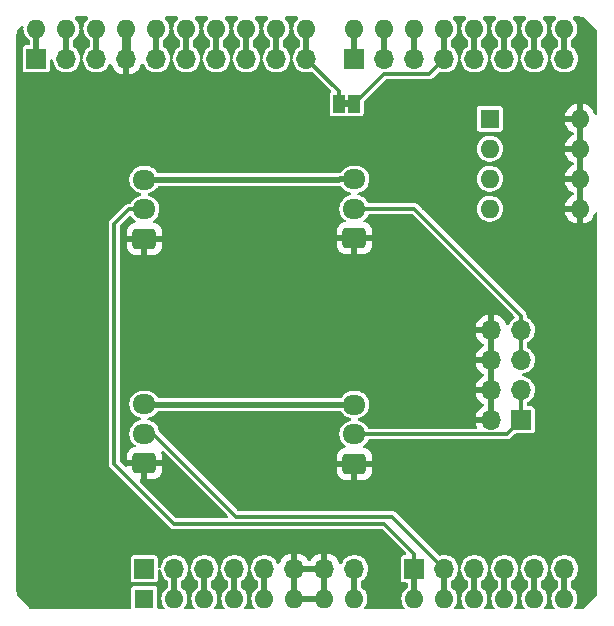
<source format=gbr>
%TF.GenerationSoftware,KiCad,Pcbnew,8.0.1*%
%TF.CreationDate,2024-03-27T15:45:16+09:00*%
%TF.ProjectId,STEP200-switch-id-shield,53544550-3230-4302-9d73-77697463682d,rev?*%
%TF.SameCoordinates,Original*%
%TF.FileFunction,Copper,L1,Top*%
%TF.FilePolarity,Positive*%
%FSLAX46Y46*%
G04 Gerber Fmt 4.6, Leading zero omitted, Abs format (unit mm)*
G04 Created by KiCad (PCBNEW 8.0.1) date 2024-03-27 15:45:16*
%MOMM*%
%LPD*%
G01*
G04 APERTURE LIST*
G04 Aperture macros list*
%AMRoundRect*
0 Rectangle with rounded corners*
0 $1 Rounding radius*
0 $2 $3 $4 $5 $6 $7 $8 $9 X,Y pos of 4 corners*
0 Add a 4 corners polygon primitive as box body*
4,1,4,$2,$3,$4,$5,$6,$7,$8,$9,$2,$3,0*
0 Add four circle primitives for the rounded corners*
1,1,$1+$1,$2,$3*
1,1,$1+$1,$4,$5*
1,1,$1+$1,$6,$7*
1,1,$1+$1,$8,$9*
0 Add four rect primitives between the rounded corners*
20,1,$1+$1,$2,$3,$4,$5,0*
20,1,$1+$1,$4,$5,$6,$7,0*
20,1,$1+$1,$6,$7,$8,$9,0*
20,1,$1+$1,$8,$9,$2,$3,0*%
G04 Aperture macros list end*
%TA.AperFunction,EtchedComponent*%
%ADD10C,0.000000*%
%TD*%
%TA.AperFunction,SMDPad,CuDef*%
%ADD11R,1.000000X1.500000*%
%TD*%
%TA.AperFunction,ComponentPad*%
%ADD12RoundRect,0.250000X0.725000X-0.600000X0.725000X0.600000X-0.725000X0.600000X-0.725000X-0.600000X0*%
%TD*%
%TA.AperFunction,ComponentPad*%
%ADD13O,1.950000X1.700000*%
%TD*%
%TA.AperFunction,ComponentPad*%
%ADD14R,1.700000X1.700000*%
%TD*%
%TA.AperFunction,ComponentPad*%
%ADD15O,1.700000X1.700000*%
%TD*%
%TA.AperFunction,ComponentPad*%
%ADD16R,1.600000X1.600000*%
%TD*%
%TA.AperFunction,ComponentPad*%
%ADD17O,1.600000X1.600000*%
%TD*%
%TA.AperFunction,Conductor*%
%ADD18C,0.500000*%
%TD*%
%TA.AperFunction,Conductor*%
%ADD19C,0.300000*%
%TD*%
%TA.AperFunction,Conductor*%
%ADD20C,0.800000*%
%TD*%
G04 APERTURE END LIST*
D10*
%TA.AperFunction,EtchedComponent*%
%TO.C,JP1*%
G36*
X159620000Y-98090000D02*
G01*
X159120000Y-98090000D01*
X159120000Y-97490000D01*
X159620000Y-97490000D01*
X159620000Y-98090000D01*
G37*
%TD.AperFunction*%
%TD*%
D11*
%TO.P,JP1,1,A*%
%TO.N,Net-(A1-D8)*%
X158720000Y-97790000D03*
%TO.P,JP1,2,B*%
%TO.N,Net-(A1-D4)*%
X160020000Y-97790000D03*
%TD*%
D12*
%TO.P,J8,1,Pin_1*%
%TO.N,GND*%
X142240000Y-109220000D03*
D13*
%TO.P,J8,2,Pin_2*%
%TO.N,/LIMIT_1*%
X142240000Y-106720000D03*
%TO.P,J8,3,Pin_3*%
%TO.N,VBUS*%
X142240000Y-104220000D03*
%TD*%
D14*
%TO.P,J2,1,Pin_1*%
%TO.N,unconnected-(J2-Pin_1-Pad1)*%
X142240000Y-137160000D03*
D15*
%TO.P,J2,2,Pin_2*%
%TO.N,VBUS*%
X144780000Y-137160000D03*
%TO.P,J2,3,Pin_3*%
%TO.N,/RESET*%
X147320000Y-137160000D03*
%TO.P,J2,4,Pin_4*%
%TO.N,+3.3V*%
X149860000Y-137160000D03*
%TO.P,J2,5,Pin_5*%
%TO.N,+5V*%
X152400000Y-137160000D03*
%TO.P,J2,6,Pin_6*%
%TO.N,GND*%
X154940000Y-137160000D03*
%TO.P,J2,7,Pin_7*%
X157480000Y-137160000D03*
%TO.P,J2,8,Pin_8*%
%TO.N,VCC*%
X160020000Y-137160000D03*
%TD*%
D12*
%TO.P,J5,1,Pin_1*%
%TO.N,GND*%
X160020000Y-128270000D03*
D13*
%TO.P,J5,2,Pin_2*%
%TO.N,Net-(J5-Pin_2)*%
X160020000Y-125770000D03*
%TO.P,J5,3,Pin_3*%
%TO.N,VBUS*%
X160020000Y-123270000D03*
%TD*%
D12*
%TO.P,J9,1,Pin_1*%
%TO.N,GND*%
X142240000Y-128230000D03*
D13*
%TO.P,J9,2,Pin_2*%
%TO.N,/LIMIT_2*%
X142240000Y-125730000D03*
%TO.P,J9,3,Pin_3*%
%TO.N,VBUS*%
X142240000Y-123230000D03*
%TD*%
D14*
%TO.P,J1,1,Pin_1*%
%TO.N,Net-(A1-D7)*%
X160020000Y-93980000D03*
D15*
%TO.P,J1,2,Pin_2*%
%TO.N,Net-(A1-D6)*%
X162560000Y-93980000D03*
%TO.P,J1,3,Pin_3*%
%TO.N,Net-(A1-D5)*%
X165100000Y-93980000D03*
%TO.P,J1,4,Pin_4*%
%TO.N,Net-(A1-D4)*%
X167640000Y-93980000D03*
%TO.P,J1,5,Pin_5*%
%TO.N,Net-(A1-D3{slash}SCL)*%
X170180000Y-93980000D03*
%TO.P,J1,6,Pin_6*%
%TO.N,Net-(A1-D2{slash}SDA)*%
X172720000Y-93980000D03*
%TO.P,J1,7,Pin_7*%
%TO.N,Net-(A1-D1{slash}TX)*%
X175260000Y-93980000D03*
%TO.P,J1,8,Pin_8*%
%TO.N,Net-(A1-D0{slash}RX)*%
X177800000Y-93980000D03*
%TD*%
D12*
%TO.P,J7,1,Pin_1*%
%TO.N,GND*%
X160020000Y-109180000D03*
D13*
%TO.P,J7,2,Pin_2*%
%TO.N,Net-(J6-Pin_5)*%
X160020000Y-106680000D03*
%TO.P,J7,3,Pin_3*%
%TO.N,VBUS*%
X160020000Y-104180000D03*
%TD*%
D14*
%TO.P,J4,1,Pin_1*%
%TO.N,/SCL*%
X133096000Y-93980000D03*
D15*
%TO.P,J4,2,Pin_2*%
%TO.N,/SDA*%
X135636000Y-93980000D03*
%TO.P,J4,3,Pin_3*%
%TO.N,/AREF*%
X138176000Y-93980000D03*
%TO.P,J4,4,Pin_4*%
%TO.N,GND*%
X140716000Y-93980000D03*
%TO.P,J4,5,Pin_5*%
%TO.N,Net-(A1-D13)*%
X143256000Y-93980000D03*
%TO.P,J4,6,Pin_6*%
%TO.N,Net-(A1-D12)*%
X145796000Y-93980000D03*
%TO.P,J4,7,Pin_7*%
%TO.N,Net-(A1-D11)*%
X148336000Y-93980000D03*
%TO.P,J4,8,Pin_8*%
%TO.N,Net-(A1-D10)*%
X150876000Y-93980000D03*
%TO.P,J4,9,Pin_9*%
%TO.N,Net-(A1-D9)*%
X153416000Y-93980000D03*
%TO.P,J4,10,Pin_10*%
%TO.N,Net-(A1-D8)*%
X155956000Y-93980000D03*
%TD*%
D16*
%TO.P,SW1,1*%
%TO.N,Net-(A1-D5)*%
X171492500Y-99070000D03*
D17*
%TO.P,SW1,2*%
%TO.N,Net-(A1-D6)*%
X171492500Y-101610000D03*
%TO.P,SW1,3*%
%TO.N,Net-(A1-D7)*%
X171492500Y-104150000D03*
%TO.P,SW1,4*%
%TO.N,Net-(A1-D9)*%
X171492500Y-106690000D03*
%TO.P,SW1,5*%
%TO.N,GND*%
X179112500Y-106690000D03*
%TO.P,SW1,6*%
X179112500Y-104150000D03*
%TO.P,SW1,7*%
X179112500Y-101610000D03*
%TO.P,SW1,8*%
X179112500Y-99070000D03*
%TD*%
D14*
%TO.P,J3,1,Pin_1*%
%TO.N,/LIMIT_1*%
X165100000Y-137160000D03*
D15*
%TO.P,J3,2,Pin_2*%
%TO.N,/LIMIT_2*%
X167640000Y-137160000D03*
%TO.P,J3,3,Pin_3*%
%TO.N,Net-(A1-A2)*%
X170180000Y-137160000D03*
%TO.P,J3,4,Pin_4*%
%TO.N,Net-(A1-A3)*%
X172720000Y-137160000D03*
%TO.P,J3,5,Pin_5*%
%TO.N,Net-(A1-A4)*%
X175260000Y-137160000D03*
%TO.P,J3,6,Pin_6*%
%TO.N,Net-(A1-A5)*%
X177800000Y-137160000D03*
%TD*%
D16*
%TO.P,A1,1,NC*%
%TO.N,unconnected-(A1-NC-Pad1)*%
X142240000Y-139700000D03*
D17*
%TO.P,A1,2,IOREF*%
%TO.N,VBUS*%
X144780000Y-139700000D03*
%TO.P,A1,3,~{RESET}*%
%TO.N,/RESET*%
X147320000Y-139700000D03*
%TO.P,A1,4,3V3*%
%TO.N,+3.3V*%
X149860000Y-139700000D03*
%TO.P,A1,5,+5V*%
%TO.N,+5V*%
X152400000Y-139700000D03*
%TO.P,A1,6,GND*%
%TO.N,GND*%
X154940000Y-139700000D03*
%TO.P,A1,7,GND*%
X157480000Y-139700000D03*
%TO.P,A1,8,VIN*%
%TO.N,VCC*%
X160020000Y-139700000D03*
%TO.P,A1,9,A0*%
%TO.N,/LIMIT_1*%
X165100000Y-139700000D03*
%TO.P,A1,10,A1*%
%TO.N,/LIMIT_2*%
X167640000Y-139700000D03*
%TO.P,A1,11,A2*%
%TO.N,Net-(A1-A2)*%
X170180000Y-139700000D03*
%TO.P,A1,12,A3*%
%TO.N,Net-(A1-A3)*%
X172720000Y-139700000D03*
%TO.P,A1,13,A4*%
%TO.N,Net-(A1-A4)*%
X175260000Y-139700000D03*
%TO.P,A1,14,A5*%
%TO.N,Net-(A1-A5)*%
X177800000Y-139700000D03*
%TO.P,A1,15,D0/RX*%
%TO.N,Net-(A1-D0{slash}RX)*%
X177800000Y-91440000D03*
%TO.P,A1,16,D1/TX*%
%TO.N,Net-(A1-D1{slash}TX)*%
X175260000Y-91440000D03*
%TO.P,A1,17,D2/SDA*%
%TO.N,Net-(A1-D2{slash}SDA)*%
X172720000Y-91440000D03*
%TO.P,A1,18,D3/SCL*%
%TO.N,Net-(A1-D3{slash}SCL)*%
X170180000Y-91440000D03*
%TO.P,A1,19,D4*%
%TO.N,Net-(A1-D4)*%
X167640000Y-91440000D03*
%TO.P,A1,20,D5*%
%TO.N,Net-(A1-D5)*%
X165100000Y-91440000D03*
%TO.P,A1,21,D6*%
%TO.N,Net-(A1-D6)*%
X162560000Y-91440000D03*
%TO.P,A1,22,D7*%
%TO.N,Net-(A1-D7)*%
X160020000Y-91440000D03*
%TO.P,A1,23,D8*%
%TO.N,Net-(A1-D8)*%
X155960000Y-91440000D03*
%TO.P,A1,24,D9*%
%TO.N,Net-(A1-D9)*%
X153420000Y-91440000D03*
%TO.P,A1,25,D10*%
%TO.N,Net-(A1-D10)*%
X150880000Y-91440000D03*
%TO.P,A1,26,D11*%
%TO.N,Net-(A1-D11)*%
X148340000Y-91440000D03*
%TO.P,A1,27,D12*%
%TO.N,Net-(A1-D12)*%
X145800000Y-91440000D03*
%TO.P,A1,28,D13*%
%TO.N,Net-(A1-D13)*%
X143260000Y-91440000D03*
%TO.P,A1,29,GND*%
%TO.N,GND*%
X140720000Y-91440000D03*
%TO.P,A1,30,AREF*%
%TO.N,/AREF*%
X138180000Y-91440000D03*
%TO.P,A1,31,SDA/D2*%
%TO.N,/SDA*%
X135640000Y-91440000D03*
%TO.P,A1,32,SCL/D3*%
%TO.N,/SCL*%
X133100000Y-91440000D03*
%TD*%
D14*
%TO.P,J6,1,Pin_1*%
%TO.N,Net-(J5-Pin_2)*%
X174150000Y-124560000D03*
D15*
%TO.P,J6,2,Pin_2*%
%TO.N,GND*%
X171610000Y-124560000D03*
%TO.P,J6,3,Pin_3*%
%TO.N,Net-(J5-Pin_2)*%
X174150000Y-122020000D03*
%TO.P,J6,4,Pin_4*%
%TO.N,GND*%
X171610000Y-122020000D03*
%TO.P,J6,5,Pin_5*%
%TO.N,Net-(J6-Pin_5)*%
X174150000Y-119480000D03*
%TO.P,J6,6,Pin_6*%
%TO.N,GND*%
X171610000Y-119480000D03*
%TO.P,J6,7,Pin_7*%
%TO.N,Net-(J6-Pin_5)*%
X174150000Y-116940000D03*
%TO.P,J6,8,Pin_8*%
%TO.N,GND*%
X171610000Y-116940000D03*
%TD*%
D18*
%TO.N,Net-(A1-D6)*%
X162560000Y-91440000D02*
X162560000Y-93980000D01*
%TO.N,/SDA*%
X135640000Y-93976000D02*
X135636000Y-93980000D01*
X135640000Y-91440000D02*
X135640000Y-93976000D01*
%TO.N,Net-(A1-D9)*%
X153420000Y-93976000D02*
X153416000Y-93980000D01*
X153420000Y-91440000D02*
X153420000Y-93976000D01*
%TO.N,+3.3V*%
X149860000Y-137160000D02*
X149860000Y-139700000D01*
%TO.N,VCC*%
X160020000Y-137160000D02*
X160020000Y-139700000D01*
%TO.N,VBUS*%
X142280000Y-123270000D02*
X142240000Y-123230000D01*
X160020000Y-104180000D02*
X158790000Y-104180000D01*
X160020000Y-123270000D02*
X142280000Y-123270000D01*
X158790000Y-104180000D02*
X158750000Y-104220000D01*
X158750000Y-104220000D02*
X142240000Y-104220000D01*
X144780000Y-137160000D02*
X144780000Y-139700000D01*
%TO.N,Net-(A1-D4)*%
X167640000Y-91440000D02*
X167640000Y-93980000D01*
D19*
X166370000Y-95250000D02*
X167640000Y-93980000D01*
X162560000Y-95250000D02*
X166370000Y-95250000D01*
X160020000Y-97790000D02*
X162560000Y-95250000D01*
D18*
%TO.N,+5V*%
X152400000Y-137160000D02*
X152400000Y-139700000D01*
%TO.N,GND*%
X154940000Y-137160000D02*
X154940000Y-139700000D01*
D20*
X140720000Y-91440000D02*
X140720000Y-93976000D01*
D18*
X157480000Y-137160000D02*
X157480000Y-139700000D01*
X140720000Y-93976000D02*
X140716000Y-93980000D01*
%TO.N,Net-(A1-A4)*%
X175260000Y-137160000D02*
X175260000Y-139700000D01*
%TO.N,/AREF*%
X138180000Y-93976000D02*
X138176000Y-93980000D01*
X138180000Y-91440000D02*
X138180000Y-93976000D01*
%TO.N,Net-(A1-D3{slash}SCL)*%
X170180000Y-91440000D02*
X170180000Y-93980000D01*
%TO.N,Net-(A1-A3)*%
X172720000Y-137160000D02*
X172720000Y-139700000D01*
%TO.N,Net-(A1-D5)*%
X165100000Y-91440000D02*
X165100000Y-93980000D01*
%TO.N,Net-(A1-D0{slash}RX)*%
X177800000Y-91440000D02*
X177800000Y-93980000D01*
D19*
%TO.N,Net-(A1-D8)*%
X158720000Y-96744000D02*
X155956000Y-93980000D01*
D18*
X155960000Y-93976000D02*
X155956000Y-93980000D01*
D19*
X158720000Y-97790000D02*
X158720000Y-96744000D01*
D18*
X155960000Y-91440000D02*
X155960000Y-93976000D01*
%TO.N,/RESET*%
X147320000Y-137160000D02*
X147320000Y-139700000D01*
%TO.N,Net-(A1-D13)*%
X143260000Y-93976000D02*
X143256000Y-93980000D01*
X143260000Y-91440000D02*
X143260000Y-93976000D01*
%TO.N,Net-(A1-D11)*%
X148340000Y-93976000D02*
X148336000Y-93980000D01*
X148340000Y-91440000D02*
X148340000Y-93976000D01*
%TO.N,Net-(A1-D10)*%
X150880000Y-91440000D02*
X150880000Y-93976000D01*
X150880000Y-93976000D02*
X150876000Y-93980000D01*
%TO.N,Net-(A1-D12)*%
X145800000Y-93976000D02*
X145796000Y-93980000D01*
X145800000Y-91440000D02*
X145800000Y-93976000D01*
%TO.N,Net-(A1-A2)*%
X170180000Y-137160000D02*
X170180000Y-139700000D01*
%TO.N,Net-(A1-A5)*%
X177800000Y-137160000D02*
X177800000Y-139700000D01*
%TO.N,Net-(A1-D1{slash}TX)*%
X175260000Y-91440000D02*
X175260000Y-93980000D01*
%TO.N,/SCL*%
X133100000Y-93976000D02*
X133096000Y-93980000D01*
X133100000Y-91440000D02*
X133100000Y-93976000D01*
%TO.N,Net-(A1-D7)*%
X160020000Y-91440000D02*
X160020000Y-93980000D01*
%TO.N,Net-(A1-D2{slash}SDA)*%
X172720000Y-91440000D02*
X172720000Y-93980000D01*
D19*
%TO.N,Net-(J5-Pin_2)*%
X174150000Y-122020000D02*
X174150000Y-124560000D01*
X172940000Y-125770000D02*
X174150000Y-124560000D01*
X160020000Y-125770000D02*
X172940000Y-125770000D01*
%TO.N,Net-(J6-Pin_5)*%
X174150000Y-115730000D02*
X165100000Y-106680000D01*
X174150000Y-119480000D02*
X174150000Y-116940000D01*
X165100000Y-106680000D02*
X160020000Y-106680000D01*
X174150000Y-116940000D02*
X174150000Y-115730000D01*
%TO.N,/LIMIT_1*%
X139700000Y-128270000D02*
X139700000Y-107950000D01*
X140930000Y-106720000D02*
X142240000Y-106720000D01*
X162560000Y-133350000D02*
X144780000Y-133350000D01*
X144780000Y-133350000D02*
X139700000Y-128270000D01*
D18*
X165100000Y-137160000D02*
X165100000Y-139700000D01*
D19*
X139700000Y-107950000D02*
X140930000Y-106720000D01*
X165100000Y-137160000D02*
X165100000Y-135890000D01*
X165100000Y-135890000D02*
X162560000Y-133350000D01*
%TO.N,/LIMIT_2*%
X150014174Y-132741804D02*
X143002370Y-125730000D01*
X167640000Y-137160000D02*
X163221804Y-132741804D01*
D18*
X167640000Y-137160000D02*
X167640000Y-139700000D01*
D19*
X143002370Y-125730000D02*
X142240000Y-125730000D01*
X163221804Y-132741804D02*
X150014174Y-132741804D01*
%TD*%
%TA.AperFunction,Conductor*%
%TO.N,GND*%
G36*
X137433707Y-90420185D02*
G01*
X137479462Y-90472989D01*
X137489406Y-90542147D01*
X137460381Y-90605703D01*
X137450206Y-90616137D01*
X137363237Y-90695418D01*
X137240327Y-90858178D01*
X137149422Y-91040739D01*
X137149417Y-91040752D01*
X137093602Y-91236917D01*
X137074785Y-91439999D01*
X137074785Y-91440000D01*
X137093602Y-91643082D01*
X137149417Y-91839247D01*
X137149422Y-91839260D01*
X137227261Y-91995581D01*
X137240327Y-92021821D01*
X137363236Y-92184579D01*
X137513959Y-92321981D01*
X137570778Y-92357161D01*
X137617412Y-92409187D01*
X137629500Y-92462587D01*
X137629500Y-92896126D01*
X137609815Y-92963165D01*
X137570778Y-93001553D01*
X137479699Y-93057947D01*
X137322127Y-93201593D01*
X137193632Y-93371746D01*
X137098596Y-93562605D01*
X137098596Y-93562607D01*
X137040244Y-93767689D01*
X137029471Y-93883951D01*
X137003685Y-93948888D01*
X136959130Y-93980804D01*
X136995503Y-94001668D01*
X137027693Y-94063681D01*
X137029470Y-94076047D01*
X137040244Y-94192310D01*
X137093675Y-94380099D01*
X137098596Y-94397392D01*
X137098596Y-94397394D01*
X137193632Y-94588253D01*
X137322127Y-94758406D01*
X137322128Y-94758407D01*
X137479698Y-94902052D01*
X137660981Y-95014298D01*
X137859802Y-95091321D01*
X138069390Y-95130500D01*
X138069392Y-95130500D01*
X138282608Y-95130500D01*
X138282610Y-95130500D01*
X138492198Y-95091321D01*
X138691019Y-95014298D01*
X138872302Y-94902052D01*
X139029872Y-94758407D01*
X139158366Y-94588255D01*
X139225325Y-94453781D01*
X139272825Y-94402548D01*
X139340488Y-94385126D01*
X139406828Y-94407051D01*
X139448705Y-94456651D01*
X139542399Y-94657578D01*
X139677894Y-94851082D01*
X139844917Y-95018105D01*
X140038421Y-95153600D01*
X140252507Y-95253429D01*
X140252516Y-95253433D01*
X140466000Y-95310634D01*
X140466000Y-94413012D01*
X140523007Y-94445925D01*
X140650174Y-94480000D01*
X140781826Y-94480000D01*
X140908993Y-94445925D01*
X140966000Y-94413012D01*
X140966000Y-95310633D01*
X141179483Y-95253433D01*
X141179492Y-95253429D01*
X141393578Y-95153600D01*
X141587082Y-95018105D01*
X141754105Y-94851082D01*
X141889600Y-94657578D01*
X141983294Y-94456651D01*
X142029466Y-94404212D01*
X142096660Y-94385060D01*
X142163541Y-94405276D01*
X142206676Y-94453785D01*
X142273632Y-94588253D01*
X142402127Y-94758406D01*
X142402128Y-94758407D01*
X142559698Y-94902052D01*
X142740981Y-95014298D01*
X142939802Y-95091321D01*
X143149390Y-95130500D01*
X143149392Y-95130500D01*
X143362608Y-95130500D01*
X143362610Y-95130500D01*
X143572198Y-95091321D01*
X143771019Y-95014298D01*
X143952302Y-94902052D01*
X144109872Y-94758407D01*
X144238366Y-94588255D01*
X144298866Y-94466753D01*
X144333403Y-94397394D01*
X144333403Y-94397393D01*
X144333405Y-94397389D01*
X144391756Y-94192310D01*
X144402529Y-94076047D01*
X144428315Y-94011111D01*
X144472869Y-93979194D01*
X144436497Y-93958331D01*
X144404307Y-93896318D01*
X144402529Y-93883951D01*
X144399175Y-93847759D01*
X144391756Y-93767690D01*
X144333405Y-93562611D01*
X144333403Y-93562606D01*
X144333403Y-93562605D01*
X144238367Y-93371746D01*
X144109872Y-93201593D01*
X143952299Y-93057945D01*
X143869221Y-93006505D01*
X143822586Y-92954477D01*
X143810500Y-92901079D01*
X143810500Y-92462587D01*
X143830185Y-92395548D01*
X143869220Y-92357162D01*
X143926041Y-92321981D01*
X144076764Y-92184579D01*
X144199673Y-92021821D01*
X144290582Y-91839250D01*
X144346397Y-91643083D01*
X144365215Y-91440000D01*
X144359115Y-91374174D01*
X144346397Y-91236917D01*
X144327404Y-91170165D01*
X144290582Y-91040750D01*
X144290159Y-91039901D01*
X144240415Y-90940000D01*
X144199673Y-90858179D01*
X144076764Y-90695421D01*
X144076762Y-90695418D01*
X143989794Y-90616137D01*
X143953512Y-90556426D01*
X143955273Y-90486578D01*
X143994516Y-90428771D01*
X144058783Y-90401356D01*
X144073332Y-90400500D01*
X144986668Y-90400500D01*
X145053707Y-90420185D01*
X145099462Y-90472989D01*
X145109406Y-90542147D01*
X145080381Y-90605703D01*
X145070206Y-90616137D01*
X144983237Y-90695418D01*
X144860327Y-90858178D01*
X144769422Y-91040739D01*
X144769417Y-91040752D01*
X144713602Y-91236917D01*
X144694785Y-91439999D01*
X144694785Y-91440000D01*
X144713602Y-91643082D01*
X144769417Y-91839247D01*
X144769422Y-91839260D01*
X144847261Y-91995581D01*
X144860327Y-92021821D01*
X144983236Y-92184579D01*
X145133959Y-92321981D01*
X145190778Y-92357161D01*
X145237412Y-92409187D01*
X145249500Y-92462587D01*
X145249500Y-92896126D01*
X145229815Y-92963165D01*
X145190778Y-93001553D01*
X145099699Y-93057947D01*
X144942127Y-93201593D01*
X144813632Y-93371746D01*
X144718596Y-93562605D01*
X144718596Y-93562607D01*
X144660244Y-93767689D01*
X144649471Y-93883951D01*
X144623685Y-93948888D01*
X144579130Y-93980804D01*
X144615503Y-94001668D01*
X144647693Y-94063681D01*
X144649470Y-94076047D01*
X144660244Y-94192310D01*
X144713675Y-94380099D01*
X144718596Y-94397392D01*
X144718596Y-94397394D01*
X144813632Y-94588253D01*
X144942127Y-94758406D01*
X144942128Y-94758407D01*
X145099698Y-94902052D01*
X145280981Y-95014298D01*
X145479802Y-95091321D01*
X145689390Y-95130500D01*
X145689392Y-95130500D01*
X145902608Y-95130500D01*
X145902610Y-95130500D01*
X146112198Y-95091321D01*
X146311019Y-95014298D01*
X146492302Y-94902052D01*
X146649872Y-94758407D01*
X146778366Y-94588255D01*
X146838866Y-94466753D01*
X146873403Y-94397394D01*
X146873403Y-94397393D01*
X146873405Y-94397389D01*
X146931756Y-94192310D01*
X146942529Y-94076047D01*
X146968315Y-94011111D01*
X147012869Y-93979194D01*
X146976497Y-93958331D01*
X146944307Y-93896318D01*
X146942529Y-93883951D01*
X146939175Y-93847759D01*
X146931756Y-93767690D01*
X146873405Y-93562611D01*
X146873403Y-93562606D01*
X146873403Y-93562605D01*
X146778367Y-93371746D01*
X146649872Y-93201593D01*
X146492299Y-93057945D01*
X146409221Y-93006505D01*
X146362586Y-92954477D01*
X146350500Y-92901079D01*
X146350500Y-92462587D01*
X146370185Y-92395548D01*
X146409220Y-92357162D01*
X146466041Y-92321981D01*
X146616764Y-92184579D01*
X146739673Y-92021821D01*
X146830582Y-91839250D01*
X146886397Y-91643083D01*
X146905215Y-91440000D01*
X146899115Y-91374174D01*
X146886397Y-91236917D01*
X146867404Y-91170165D01*
X146830582Y-91040750D01*
X146830159Y-91039901D01*
X146780415Y-90940000D01*
X146739673Y-90858179D01*
X146616764Y-90695421D01*
X146616762Y-90695418D01*
X146529794Y-90616137D01*
X146493512Y-90556426D01*
X146495273Y-90486578D01*
X146534516Y-90428771D01*
X146598783Y-90401356D01*
X146613332Y-90400500D01*
X147526668Y-90400500D01*
X147593707Y-90420185D01*
X147639462Y-90472989D01*
X147649406Y-90542147D01*
X147620381Y-90605703D01*
X147610206Y-90616137D01*
X147523237Y-90695418D01*
X147400327Y-90858178D01*
X147309422Y-91040739D01*
X147309417Y-91040752D01*
X147253602Y-91236917D01*
X147234785Y-91439999D01*
X147234785Y-91440000D01*
X147253602Y-91643082D01*
X147309417Y-91839247D01*
X147309422Y-91839260D01*
X147387261Y-91995581D01*
X147400327Y-92021821D01*
X147523236Y-92184579D01*
X147673959Y-92321981D01*
X147730778Y-92357161D01*
X147777412Y-92409187D01*
X147789500Y-92462587D01*
X147789500Y-92896126D01*
X147769815Y-92963165D01*
X147730778Y-93001553D01*
X147639699Y-93057947D01*
X147482127Y-93201593D01*
X147353632Y-93371746D01*
X147258596Y-93562605D01*
X147258596Y-93562607D01*
X147200244Y-93767689D01*
X147189471Y-93883951D01*
X147163685Y-93948888D01*
X147119130Y-93980804D01*
X147155503Y-94001668D01*
X147187693Y-94063681D01*
X147189470Y-94076047D01*
X147200244Y-94192310D01*
X147253675Y-94380099D01*
X147258596Y-94397392D01*
X147258596Y-94397394D01*
X147353632Y-94588253D01*
X147482127Y-94758406D01*
X147482128Y-94758407D01*
X147639698Y-94902052D01*
X147820981Y-95014298D01*
X148019802Y-95091321D01*
X148229390Y-95130500D01*
X148229392Y-95130500D01*
X148442608Y-95130500D01*
X148442610Y-95130500D01*
X148652198Y-95091321D01*
X148851019Y-95014298D01*
X149032302Y-94902052D01*
X149189872Y-94758407D01*
X149318366Y-94588255D01*
X149378866Y-94466753D01*
X149413403Y-94397394D01*
X149413403Y-94397393D01*
X149413405Y-94397389D01*
X149471756Y-94192310D01*
X149482529Y-94076047D01*
X149508315Y-94011111D01*
X149552869Y-93979194D01*
X149516497Y-93958331D01*
X149484307Y-93896318D01*
X149482529Y-93883951D01*
X149479175Y-93847759D01*
X149471756Y-93767690D01*
X149413405Y-93562611D01*
X149413403Y-93562606D01*
X149413403Y-93562605D01*
X149318367Y-93371746D01*
X149189872Y-93201593D01*
X149032299Y-93057945D01*
X148949221Y-93006505D01*
X148902586Y-92954477D01*
X148890500Y-92901079D01*
X148890500Y-92462587D01*
X148910185Y-92395548D01*
X148949220Y-92357162D01*
X149006041Y-92321981D01*
X149156764Y-92184579D01*
X149279673Y-92021821D01*
X149370582Y-91839250D01*
X149426397Y-91643083D01*
X149445215Y-91440000D01*
X149439115Y-91374174D01*
X149426397Y-91236917D01*
X149407404Y-91170165D01*
X149370582Y-91040750D01*
X149370159Y-91039901D01*
X149320415Y-90940000D01*
X149279673Y-90858179D01*
X149156764Y-90695421D01*
X149156762Y-90695418D01*
X149069794Y-90616137D01*
X149033512Y-90556426D01*
X149035273Y-90486578D01*
X149074516Y-90428771D01*
X149138783Y-90401356D01*
X149153332Y-90400500D01*
X150066668Y-90400500D01*
X150133707Y-90420185D01*
X150179462Y-90472989D01*
X150189406Y-90542147D01*
X150160381Y-90605703D01*
X150150206Y-90616137D01*
X150063237Y-90695418D01*
X149940327Y-90858178D01*
X149849422Y-91040739D01*
X149849417Y-91040752D01*
X149793602Y-91236917D01*
X149774785Y-91439999D01*
X149774785Y-91440000D01*
X149793602Y-91643082D01*
X149849417Y-91839247D01*
X149849422Y-91839260D01*
X149927261Y-91995581D01*
X149940327Y-92021821D01*
X150063236Y-92184579D01*
X150213959Y-92321981D01*
X150270778Y-92357161D01*
X150317412Y-92409187D01*
X150329500Y-92462587D01*
X150329500Y-92896126D01*
X150309815Y-92963165D01*
X150270778Y-93001553D01*
X150179699Y-93057947D01*
X150022127Y-93201593D01*
X149893632Y-93371746D01*
X149798596Y-93562605D01*
X149798596Y-93562607D01*
X149740244Y-93767689D01*
X149729471Y-93883951D01*
X149703685Y-93948888D01*
X149659130Y-93980804D01*
X149695503Y-94001668D01*
X149727693Y-94063681D01*
X149729470Y-94076047D01*
X149740244Y-94192310D01*
X149793675Y-94380099D01*
X149798596Y-94397392D01*
X149798596Y-94397394D01*
X149893632Y-94588253D01*
X150022127Y-94758406D01*
X150022128Y-94758407D01*
X150179698Y-94902052D01*
X150360981Y-95014298D01*
X150559802Y-95091321D01*
X150769390Y-95130500D01*
X150769392Y-95130500D01*
X150982608Y-95130500D01*
X150982610Y-95130500D01*
X151192198Y-95091321D01*
X151391019Y-95014298D01*
X151572302Y-94902052D01*
X151729872Y-94758407D01*
X151858366Y-94588255D01*
X151918866Y-94466753D01*
X151953403Y-94397394D01*
X151953403Y-94397393D01*
X151953405Y-94397389D01*
X152011756Y-94192310D01*
X152022529Y-94076047D01*
X152048315Y-94011111D01*
X152092869Y-93979194D01*
X152056497Y-93958331D01*
X152024307Y-93896318D01*
X152022529Y-93883951D01*
X152019175Y-93847759D01*
X152011756Y-93767690D01*
X151953405Y-93562611D01*
X151953403Y-93562606D01*
X151953403Y-93562605D01*
X151858367Y-93371746D01*
X151729872Y-93201593D01*
X151572299Y-93057945D01*
X151489221Y-93006505D01*
X151442586Y-92954477D01*
X151430500Y-92901079D01*
X151430500Y-92462587D01*
X151450185Y-92395548D01*
X151489220Y-92357162D01*
X151546041Y-92321981D01*
X151696764Y-92184579D01*
X151819673Y-92021821D01*
X151910582Y-91839250D01*
X151966397Y-91643083D01*
X151985215Y-91440000D01*
X151979115Y-91374174D01*
X151966397Y-91236917D01*
X151947404Y-91170165D01*
X151910582Y-91040750D01*
X151910159Y-91039901D01*
X151860415Y-90940000D01*
X151819673Y-90858179D01*
X151696764Y-90695421D01*
X151696762Y-90695418D01*
X151609794Y-90616137D01*
X151573512Y-90556426D01*
X151575273Y-90486578D01*
X151614516Y-90428771D01*
X151678783Y-90401356D01*
X151693332Y-90400500D01*
X152606668Y-90400500D01*
X152673707Y-90420185D01*
X152719462Y-90472989D01*
X152729406Y-90542147D01*
X152700381Y-90605703D01*
X152690206Y-90616137D01*
X152603237Y-90695418D01*
X152480327Y-90858178D01*
X152389422Y-91040739D01*
X152389417Y-91040752D01*
X152333602Y-91236917D01*
X152314785Y-91439999D01*
X152314785Y-91440000D01*
X152333602Y-91643082D01*
X152389417Y-91839247D01*
X152389422Y-91839260D01*
X152467261Y-91995581D01*
X152480327Y-92021821D01*
X152603236Y-92184579D01*
X152753959Y-92321981D01*
X152810778Y-92357161D01*
X152857412Y-92409187D01*
X152869500Y-92462587D01*
X152869500Y-92896126D01*
X152849815Y-92963165D01*
X152810778Y-93001553D01*
X152719699Y-93057947D01*
X152562127Y-93201593D01*
X152433632Y-93371746D01*
X152338596Y-93562605D01*
X152338596Y-93562607D01*
X152280244Y-93767689D01*
X152269471Y-93883951D01*
X152243685Y-93948888D01*
X152199130Y-93980804D01*
X152235503Y-94001668D01*
X152267693Y-94063681D01*
X152269470Y-94076047D01*
X152280244Y-94192310D01*
X152333675Y-94380099D01*
X152338596Y-94397392D01*
X152338596Y-94397394D01*
X152433632Y-94588253D01*
X152562127Y-94758406D01*
X152562128Y-94758407D01*
X152719698Y-94902052D01*
X152900981Y-95014298D01*
X153099802Y-95091321D01*
X153309390Y-95130500D01*
X153309392Y-95130500D01*
X153522608Y-95130500D01*
X153522610Y-95130500D01*
X153732198Y-95091321D01*
X153931019Y-95014298D01*
X154112302Y-94902052D01*
X154269872Y-94758407D01*
X154398366Y-94588255D01*
X154458866Y-94466753D01*
X154493403Y-94397394D01*
X154493403Y-94397393D01*
X154493405Y-94397389D01*
X154551756Y-94192310D01*
X154562529Y-94076047D01*
X154588315Y-94011111D01*
X154632869Y-93979194D01*
X154596497Y-93958331D01*
X154564307Y-93896318D01*
X154562529Y-93883951D01*
X154559175Y-93847759D01*
X154551756Y-93767690D01*
X154493405Y-93562611D01*
X154493403Y-93562606D01*
X154493403Y-93562605D01*
X154398367Y-93371746D01*
X154269872Y-93201593D01*
X154112299Y-93057945D01*
X154029221Y-93006505D01*
X153982586Y-92954477D01*
X153970500Y-92901079D01*
X153970500Y-92462587D01*
X153990185Y-92395548D01*
X154029220Y-92357162D01*
X154086041Y-92321981D01*
X154236764Y-92184579D01*
X154359673Y-92021821D01*
X154450582Y-91839250D01*
X154506397Y-91643083D01*
X154525215Y-91440000D01*
X154519115Y-91374174D01*
X154506397Y-91236917D01*
X154487404Y-91170165D01*
X154450582Y-91040750D01*
X154450159Y-91039901D01*
X154400415Y-90940000D01*
X154359673Y-90858179D01*
X154236764Y-90695421D01*
X154236762Y-90695418D01*
X154149794Y-90616137D01*
X154113512Y-90556426D01*
X154115273Y-90486578D01*
X154154516Y-90428771D01*
X154218783Y-90401356D01*
X154233332Y-90400500D01*
X155146668Y-90400500D01*
X155213707Y-90420185D01*
X155259462Y-90472989D01*
X155269406Y-90542147D01*
X155240381Y-90605703D01*
X155230206Y-90616137D01*
X155143237Y-90695418D01*
X155020327Y-90858178D01*
X154929422Y-91040739D01*
X154929417Y-91040752D01*
X154873602Y-91236917D01*
X154854785Y-91439999D01*
X154854785Y-91440000D01*
X154873602Y-91643082D01*
X154929417Y-91839247D01*
X154929422Y-91839260D01*
X155007261Y-91995581D01*
X155020327Y-92021821D01*
X155143236Y-92184579D01*
X155293959Y-92321981D01*
X155350778Y-92357161D01*
X155397412Y-92409187D01*
X155409500Y-92462587D01*
X155409500Y-92896126D01*
X155389815Y-92963165D01*
X155350778Y-93001553D01*
X155259699Y-93057947D01*
X155102127Y-93201593D01*
X154973632Y-93371746D01*
X154878596Y-93562605D01*
X154878596Y-93562607D01*
X154820244Y-93767689D01*
X154809471Y-93883951D01*
X154783685Y-93948888D01*
X154739130Y-93980804D01*
X154775503Y-94001668D01*
X154807693Y-94063681D01*
X154809470Y-94076047D01*
X154820244Y-94192310D01*
X154873675Y-94380099D01*
X154878596Y-94397392D01*
X154878596Y-94397394D01*
X154973632Y-94588253D01*
X155102127Y-94758406D01*
X155102128Y-94758407D01*
X155259698Y-94902052D01*
X155440981Y-95014298D01*
X155639802Y-95091321D01*
X155849390Y-95130500D01*
X155849392Y-95130500D01*
X156062608Y-95130500D01*
X156062610Y-95130500D01*
X156272198Y-95091321D01*
X156310752Y-95076384D01*
X156380374Y-95070522D01*
X156442115Y-95103231D01*
X156443227Y-95104330D01*
X157999281Y-96660384D01*
X158032766Y-96721707D01*
X158027782Y-96791399D01*
X157999283Y-96835744D01*
X157967795Y-96867233D01*
X157967794Y-96867234D01*
X157922415Y-96970006D01*
X157922415Y-96970008D01*
X157919500Y-96995131D01*
X157919500Y-98584856D01*
X157919502Y-98584882D01*
X157922413Y-98609987D01*
X157922415Y-98609991D01*
X157967793Y-98712764D01*
X157967794Y-98712765D01*
X158047235Y-98792206D01*
X158150009Y-98837585D01*
X158175135Y-98840500D01*
X159264864Y-98840499D01*
X159264879Y-98840497D01*
X159264882Y-98840497D01*
X159289987Y-98837586D01*
X159289987Y-98837585D01*
X159289991Y-98837585D01*
X159319913Y-98824372D01*
X159389190Y-98815301D01*
X159420086Y-98824373D01*
X159450007Y-98837584D01*
X159450009Y-98837585D01*
X159475135Y-98840500D01*
X160564864Y-98840499D01*
X160564879Y-98840497D01*
X160564882Y-98840497D01*
X160589987Y-98837586D01*
X160589988Y-98837585D01*
X160589991Y-98837585D01*
X160692765Y-98792206D01*
X160772206Y-98712765D01*
X160817585Y-98609991D01*
X160820500Y-98584865D01*
X160820499Y-97677963D01*
X160840183Y-97610925D01*
X160856813Y-97590288D01*
X162710284Y-95736819D01*
X162771607Y-95703334D01*
X162797965Y-95700500D01*
X166429308Y-95700500D01*
X166429309Y-95700500D01*
X166519673Y-95676286D01*
X166543887Y-95669799D01*
X166646614Y-95610489D01*
X167152772Y-95104329D01*
X167214095Y-95070845D01*
X167283786Y-95075829D01*
X167285204Y-95076368D01*
X167323802Y-95091321D01*
X167533390Y-95130500D01*
X167533392Y-95130500D01*
X167746608Y-95130500D01*
X167746610Y-95130500D01*
X167956198Y-95091321D01*
X168155019Y-95014298D01*
X168336302Y-94902052D01*
X168493872Y-94758407D01*
X168622366Y-94588255D01*
X168682866Y-94466753D01*
X168717403Y-94397394D01*
X168717403Y-94397393D01*
X168717405Y-94397389D01*
X168775756Y-94192310D01*
X168786529Y-94076047D01*
X168812315Y-94011111D01*
X168856869Y-93979194D01*
X168820497Y-93958331D01*
X168788307Y-93896318D01*
X168786529Y-93883951D01*
X168783175Y-93847759D01*
X168775756Y-93767690D01*
X168717405Y-93562611D01*
X168717403Y-93562606D01*
X168717403Y-93562605D01*
X168622367Y-93371746D01*
X168493872Y-93201593D01*
X168336299Y-93057945D01*
X168249221Y-93004028D01*
X168202586Y-92952000D01*
X168190500Y-92898602D01*
X168190500Y-92462587D01*
X168210185Y-92395548D01*
X168249220Y-92357162D01*
X168306041Y-92321981D01*
X168456764Y-92184579D01*
X168579673Y-92021821D01*
X168670582Y-91839250D01*
X168726397Y-91643083D01*
X168745215Y-91440000D01*
X168739115Y-91374174D01*
X168726397Y-91236917D01*
X168707404Y-91170165D01*
X168670582Y-91040750D01*
X168670159Y-91039901D01*
X168620415Y-90940000D01*
X168579673Y-90858179D01*
X168456764Y-90695421D01*
X168456762Y-90695418D01*
X168369794Y-90616137D01*
X168333512Y-90556426D01*
X168335273Y-90486578D01*
X168374516Y-90428771D01*
X168438783Y-90401356D01*
X168453332Y-90400500D01*
X169366668Y-90400500D01*
X169433707Y-90420185D01*
X169479462Y-90472989D01*
X169489406Y-90542147D01*
X169460381Y-90605703D01*
X169450206Y-90616137D01*
X169363237Y-90695418D01*
X169240327Y-90858178D01*
X169149422Y-91040739D01*
X169149417Y-91040752D01*
X169093602Y-91236917D01*
X169074785Y-91439999D01*
X169074785Y-91440000D01*
X169093602Y-91643082D01*
X169149417Y-91839247D01*
X169149422Y-91839260D01*
X169227261Y-91995581D01*
X169240327Y-92021821D01*
X169363236Y-92184579D01*
X169513959Y-92321981D01*
X169570778Y-92357161D01*
X169617412Y-92409187D01*
X169629500Y-92462587D01*
X169629500Y-92898602D01*
X169609815Y-92965641D01*
X169570779Y-93004028D01*
X169483700Y-93057945D01*
X169326127Y-93201593D01*
X169197632Y-93371746D01*
X169102596Y-93562605D01*
X169102596Y-93562607D01*
X169044244Y-93767689D01*
X169033471Y-93883951D01*
X169007685Y-93948888D01*
X168963130Y-93980804D01*
X168999503Y-94001668D01*
X169031693Y-94063681D01*
X169033470Y-94076047D01*
X169044244Y-94192310D01*
X169097675Y-94380099D01*
X169102596Y-94397392D01*
X169102596Y-94397394D01*
X169197632Y-94588253D01*
X169326127Y-94758406D01*
X169326128Y-94758407D01*
X169483698Y-94902052D01*
X169664981Y-95014298D01*
X169863802Y-95091321D01*
X170073390Y-95130500D01*
X170073392Y-95130500D01*
X170286608Y-95130500D01*
X170286610Y-95130500D01*
X170496198Y-95091321D01*
X170695019Y-95014298D01*
X170876302Y-94902052D01*
X171033872Y-94758407D01*
X171162366Y-94588255D01*
X171222866Y-94466753D01*
X171257403Y-94397394D01*
X171257403Y-94397393D01*
X171257405Y-94397389D01*
X171315756Y-94192310D01*
X171326529Y-94076047D01*
X171352315Y-94011111D01*
X171396869Y-93979194D01*
X171360497Y-93958331D01*
X171328307Y-93896318D01*
X171326529Y-93883951D01*
X171323175Y-93847759D01*
X171315756Y-93767690D01*
X171257405Y-93562611D01*
X171257403Y-93562606D01*
X171257403Y-93562605D01*
X171162367Y-93371746D01*
X171033872Y-93201593D01*
X170876299Y-93057945D01*
X170789221Y-93004028D01*
X170742586Y-92952000D01*
X170730500Y-92898602D01*
X170730500Y-92462587D01*
X170750185Y-92395548D01*
X170789220Y-92357162D01*
X170846041Y-92321981D01*
X170996764Y-92184579D01*
X171119673Y-92021821D01*
X171210582Y-91839250D01*
X171266397Y-91643083D01*
X171285215Y-91440000D01*
X171279115Y-91374174D01*
X171266397Y-91236917D01*
X171247404Y-91170165D01*
X171210582Y-91040750D01*
X171210159Y-91039901D01*
X171160415Y-90940000D01*
X171119673Y-90858179D01*
X170996764Y-90695421D01*
X170996762Y-90695418D01*
X170909794Y-90616137D01*
X170873512Y-90556426D01*
X170875273Y-90486578D01*
X170914516Y-90428771D01*
X170978783Y-90401356D01*
X170993332Y-90400500D01*
X171906668Y-90400500D01*
X171973707Y-90420185D01*
X172019462Y-90472989D01*
X172029406Y-90542147D01*
X172000381Y-90605703D01*
X171990206Y-90616137D01*
X171903237Y-90695418D01*
X171780327Y-90858178D01*
X171689422Y-91040739D01*
X171689417Y-91040752D01*
X171633602Y-91236917D01*
X171614785Y-91439999D01*
X171614785Y-91440000D01*
X171633602Y-91643082D01*
X171689417Y-91839247D01*
X171689422Y-91839260D01*
X171767261Y-91995581D01*
X171780327Y-92021821D01*
X171903236Y-92184579D01*
X172053959Y-92321981D01*
X172110778Y-92357161D01*
X172157412Y-92409187D01*
X172169500Y-92462587D01*
X172169500Y-92898602D01*
X172149815Y-92965641D01*
X172110779Y-93004028D01*
X172023700Y-93057945D01*
X171866127Y-93201593D01*
X171737632Y-93371746D01*
X171642596Y-93562605D01*
X171642596Y-93562607D01*
X171584244Y-93767689D01*
X171573471Y-93883951D01*
X171547685Y-93948888D01*
X171503130Y-93980804D01*
X171539503Y-94001668D01*
X171571693Y-94063681D01*
X171573470Y-94076047D01*
X171584244Y-94192310D01*
X171637675Y-94380099D01*
X171642596Y-94397392D01*
X171642596Y-94397394D01*
X171737632Y-94588253D01*
X171866127Y-94758406D01*
X171866128Y-94758407D01*
X172023698Y-94902052D01*
X172204981Y-95014298D01*
X172403802Y-95091321D01*
X172613390Y-95130500D01*
X172613392Y-95130500D01*
X172826608Y-95130500D01*
X172826610Y-95130500D01*
X173036198Y-95091321D01*
X173235019Y-95014298D01*
X173416302Y-94902052D01*
X173573872Y-94758407D01*
X173702366Y-94588255D01*
X173762866Y-94466753D01*
X173797403Y-94397394D01*
X173797403Y-94397393D01*
X173797405Y-94397389D01*
X173855756Y-94192310D01*
X173866529Y-94076047D01*
X173892315Y-94011111D01*
X173936869Y-93979194D01*
X173900497Y-93958331D01*
X173868307Y-93896318D01*
X173866529Y-93883951D01*
X173863175Y-93847759D01*
X173855756Y-93767690D01*
X173797405Y-93562611D01*
X173797403Y-93562606D01*
X173797403Y-93562605D01*
X173702367Y-93371746D01*
X173573872Y-93201593D01*
X173416299Y-93057945D01*
X173329221Y-93004028D01*
X173282586Y-92952000D01*
X173270500Y-92898602D01*
X173270500Y-92462587D01*
X173290185Y-92395548D01*
X173329220Y-92357162D01*
X173386041Y-92321981D01*
X173536764Y-92184579D01*
X173659673Y-92021821D01*
X173750582Y-91839250D01*
X173806397Y-91643083D01*
X173825215Y-91440000D01*
X173819115Y-91374174D01*
X173806397Y-91236917D01*
X173787404Y-91170165D01*
X173750582Y-91040750D01*
X173750159Y-91039901D01*
X173700415Y-90940000D01*
X173659673Y-90858179D01*
X173536764Y-90695421D01*
X173536762Y-90695418D01*
X173449794Y-90616137D01*
X173413512Y-90556426D01*
X173415273Y-90486578D01*
X173454516Y-90428771D01*
X173518783Y-90401356D01*
X173533332Y-90400500D01*
X174446668Y-90400500D01*
X174513707Y-90420185D01*
X174559462Y-90472989D01*
X174569406Y-90542147D01*
X174540381Y-90605703D01*
X174530206Y-90616137D01*
X174443237Y-90695418D01*
X174320327Y-90858178D01*
X174229422Y-91040739D01*
X174229417Y-91040752D01*
X174173602Y-91236917D01*
X174154785Y-91439999D01*
X174154785Y-91440000D01*
X174173602Y-91643082D01*
X174229417Y-91839247D01*
X174229422Y-91839260D01*
X174307261Y-91995581D01*
X174320327Y-92021821D01*
X174443236Y-92184579D01*
X174593959Y-92321981D01*
X174650778Y-92357161D01*
X174697412Y-92409187D01*
X174709500Y-92462587D01*
X174709500Y-92898602D01*
X174689815Y-92965641D01*
X174650779Y-93004028D01*
X174563700Y-93057945D01*
X174406127Y-93201593D01*
X174277632Y-93371746D01*
X174182596Y-93562605D01*
X174182596Y-93562607D01*
X174124244Y-93767689D01*
X174113471Y-93883951D01*
X174087685Y-93948888D01*
X174043130Y-93980804D01*
X174079503Y-94001668D01*
X174111693Y-94063681D01*
X174113470Y-94076047D01*
X174124244Y-94192310D01*
X174177675Y-94380099D01*
X174182596Y-94397392D01*
X174182596Y-94397394D01*
X174277632Y-94588253D01*
X174406127Y-94758406D01*
X174406128Y-94758407D01*
X174563698Y-94902052D01*
X174744981Y-95014298D01*
X174943802Y-95091321D01*
X175153390Y-95130500D01*
X175153392Y-95130500D01*
X175366608Y-95130500D01*
X175366610Y-95130500D01*
X175576198Y-95091321D01*
X175775019Y-95014298D01*
X175956302Y-94902052D01*
X176113872Y-94758407D01*
X176242366Y-94588255D01*
X176302866Y-94466753D01*
X176337403Y-94397394D01*
X176337403Y-94397393D01*
X176337405Y-94397389D01*
X176395756Y-94192310D01*
X176406529Y-94076047D01*
X176432315Y-94011111D01*
X176476869Y-93979194D01*
X176440497Y-93958331D01*
X176408307Y-93896318D01*
X176406529Y-93883951D01*
X176403175Y-93847759D01*
X176395756Y-93767690D01*
X176337405Y-93562611D01*
X176337403Y-93562606D01*
X176337403Y-93562605D01*
X176242367Y-93371746D01*
X176113872Y-93201593D01*
X175956299Y-93057945D01*
X175869221Y-93004028D01*
X175822586Y-92952000D01*
X175810500Y-92898602D01*
X175810500Y-92462587D01*
X175830185Y-92395548D01*
X175869220Y-92357162D01*
X175926041Y-92321981D01*
X176076764Y-92184579D01*
X176199673Y-92021821D01*
X176290582Y-91839250D01*
X176346397Y-91643083D01*
X176365215Y-91440000D01*
X176359115Y-91374174D01*
X176346397Y-91236917D01*
X176327404Y-91170165D01*
X176290582Y-91040750D01*
X176290159Y-91039901D01*
X176240415Y-90940000D01*
X176199673Y-90858179D01*
X176076764Y-90695421D01*
X176076762Y-90695418D01*
X175989794Y-90616137D01*
X175953512Y-90556426D01*
X175955273Y-90486578D01*
X175994516Y-90428771D01*
X176058783Y-90401356D01*
X176073332Y-90400500D01*
X176986668Y-90400500D01*
X177053707Y-90420185D01*
X177099462Y-90472989D01*
X177109406Y-90542147D01*
X177080381Y-90605703D01*
X177070206Y-90616137D01*
X176983237Y-90695418D01*
X176860327Y-90858178D01*
X176769422Y-91040739D01*
X176769417Y-91040752D01*
X176713602Y-91236917D01*
X176694785Y-91439999D01*
X176694785Y-91440000D01*
X176713602Y-91643082D01*
X176769417Y-91839247D01*
X176769422Y-91839260D01*
X176847261Y-91995581D01*
X176860327Y-92021821D01*
X176983236Y-92184579D01*
X177133959Y-92321981D01*
X177190778Y-92357161D01*
X177237412Y-92409187D01*
X177249500Y-92462587D01*
X177249500Y-92898602D01*
X177229815Y-92965641D01*
X177190779Y-93004028D01*
X177103700Y-93057945D01*
X176946127Y-93201593D01*
X176817632Y-93371746D01*
X176722596Y-93562605D01*
X176722596Y-93562607D01*
X176664244Y-93767689D01*
X176653471Y-93883951D01*
X176627685Y-93948888D01*
X176583130Y-93980804D01*
X176619503Y-94001668D01*
X176651693Y-94063681D01*
X176653470Y-94076047D01*
X176664244Y-94192310D01*
X176717675Y-94380099D01*
X176722596Y-94397392D01*
X176722596Y-94397394D01*
X176817632Y-94588253D01*
X176946127Y-94758406D01*
X176946128Y-94758407D01*
X177103698Y-94902052D01*
X177284981Y-95014298D01*
X177483802Y-95091321D01*
X177693390Y-95130500D01*
X177693392Y-95130500D01*
X177906608Y-95130500D01*
X177906610Y-95130500D01*
X178116198Y-95091321D01*
X178315019Y-95014298D01*
X178496302Y-94902052D01*
X178653872Y-94758407D01*
X178782366Y-94588255D01*
X178842866Y-94466753D01*
X178877403Y-94397394D01*
X178877403Y-94397393D01*
X178877405Y-94397389D01*
X178935756Y-94192310D01*
X178955429Y-93980000D01*
X178935756Y-93767690D01*
X178877405Y-93562611D01*
X178877403Y-93562606D01*
X178877403Y-93562605D01*
X178782367Y-93371746D01*
X178653872Y-93201593D01*
X178496299Y-93057945D01*
X178409221Y-93004028D01*
X178362586Y-92952000D01*
X178350500Y-92898602D01*
X178350500Y-92462587D01*
X178370185Y-92395548D01*
X178409220Y-92357162D01*
X178466041Y-92321981D01*
X178616764Y-92184579D01*
X178739673Y-92021821D01*
X178830582Y-91839250D01*
X178886397Y-91643083D01*
X178905215Y-91440000D01*
X178899115Y-91374174D01*
X178886397Y-91236917D01*
X178867404Y-91170165D01*
X178830582Y-91040750D01*
X178830159Y-91039901D01*
X178780415Y-90940000D01*
X178739673Y-90858179D01*
X178616764Y-90695421D01*
X178616762Y-90695418D01*
X178529794Y-90616137D01*
X178493512Y-90556426D01*
X178495273Y-90486578D01*
X178534516Y-90428771D01*
X178598783Y-90401356D01*
X178613332Y-90400500D01*
X178942417Y-90400500D01*
X178995572Y-90400500D01*
X179004418Y-90400816D01*
X179218791Y-90416148D01*
X179236296Y-90418665D01*
X179433789Y-90461627D01*
X179495112Y-90495112D01*
X180504887Y-91504887D01*
X180538372Y-91566210D01*
X180581333Y-91763700D01*
X180583851Y-91781211D01*
X180599184Y-91995580D01*
X180599500Y-92004427D01*
X180599500Y-98654869D01*
X180579815Y-98721908D01*
X180527011Y-98767663D01*
X180457853Y-98777607D01*
X180394297Y-98748582D01*
X180356523Y-98689804D01*
X180355725Y-98686962D01*
X180338769Y-98623682D01*
X180338765Y-98623673D01*
X180242634Y-98417517D01*
X180112157Y-98231179D01*
X179951320Y-98070342D01*
X179764982Y-97939865D01*
X179558828Y-97843734D01*
X179362500Y-97791127D01*
X179362500Y-98754314D01*
X179358106Y-98749920D01*
X179266894Y-98697259D01*
X179165161Y-98670000D01*
X179059839Y-98670000D01*
X178958106Y-98697259D01*
X178866894Y-98749920D01*
X178862500Y-98754314D01*
X178862500Y-97791127D01*
X178666171Y-97843734D01*
X178460017Y-97939865D01*
X178273679Y-98070342D01*
X178112842Y-98231179D01*
X177982365Y-98417517D01*
X177886234Y-98623673D01*
X177886230Y-98623682D01*
X177833627Y-98819999D01*
X177833628Y-98820000D01*
X178796814Y-98820000D01*
X178792420Y-98824394D01*
X178739759Y-98915606D01*
X178712500Y-99017339D01*
X178712500Y-99122661D01*
X178739759Y-99224394D01*
X178792420Y-99315606D01*
X178796814Y-99320000D01*
X177833628Y-99320000D01*
X177886230Y-99516317D01*
X177886234Y-99516326D01*
X177982365Y-99722482D01*
X178112842Y-99908820D01*
X178273679Y-100069657D01*
X178460017Y-100200134D01*
X178518957Y-100227618D01*
X178571396Y-100273790D01*
X178590548Y-100340984D01*
X178570332Y-100407865D01*
X178518957Y-100452382D01*
X178460017Y-100479865D01*
X178273679Y-100610342D01*
X178112842Y-100771179D01*
X177982365Y-100957517D01*
X177886234Y-101163673D01*
X177886230Y-101163682D01*
X177833627Y-101359999D01*
X177833628Y-101360000D01*
X178796814Y-101360000D01*
X178792420Y-101364394D01*
X178739759Y-101455606D01*
X178712500Y-101557339D01*
X178712500Y-101662661D01*
X178739759Y-101764394D01*
X178792420Y-101855606D01*
X178796814Y-101860000D01*
X177833628Y-101860000D01*
X177886230Y-102056317D01*
X177886234Y-102056326D01*
X177982365Y-102262482D01*
X178112842Y-102448820D01*
X178273679Y-102609657D01*
X178460017Y-102740134D01*
X178518957Y-102767618D01*
X178571396Y-102813790D01*
X178590548Y-102880984D01*
X178570332Y-102947865D01*
X178518957Y-102992382D01*
X178460017Y-103019865D01*
X178273679Y-103150342D01*
X178112842Y-103311179D01*
X177982365Y-103497517D01*
X177886234Y-103703673D01*
X177886230Y-103703682D01*
X177833627Y-103899999D01*
X177833628Y-103900000D01*
X178796814Y-103900000D01*
X178792420Y-103904394D01*
X178739759Y-103995606D01*
X178712500Y-104097339D01*
X178712500Y-104202661D01*
X178739759Y-104304394D01*
X178792420Y-104395606D01*
X178796814Y-104400000D01*
X177833628Y-104400000D01*
X177886230Y-104596317D01*
X177886234Y-104596326D01*
X177982365Y-104802482D01*
X178112842Y-104988820D01*
X178273679Y-105149657D01*
X178460017Y-105280134D01*
X178518957Y-105307618D01*
X178571396Y-105353790D01*
X178590548Y-105420984D01*
X178570332Y-105487865D01*
X178518957Y-105532382D01*
X178460017Y-105559865D01*
X178273679Y-105690342D01*
X178112842Y-105851179D01*
X177982365Y-106037517D01*
X177886234Y-106243673D01*
X177886230Y-106243682D01*
X177833627Y-106439999D01*
X177833628Y-106440000D01*
X178796814Y-106440000D01*
X178792420Y-106444394D01*
X178739759Y-106535606D01*
X178712500Y-106637339D01*
X178712500Y-106742661D01*
X178739759Y-106844394D01*
X178792420Y-106935606D01*
X178796814Y-106940000D01*
X177833628Y-106940000D01*
X177886230Y-107136317D01*
X177886234Y-107136326D01*
X177982365Y-107342482D01*
X178112842Y-107528820D01*
X178273679Y-107689657D01*
X178460017Y-107820134D01*
X178666173Y-107916265D01*
X178666182Y-107916269D01*
X178862499Y-107968872D01*
X178862500Y-107968871D01*
X178862500Y-107005686D01*
X178866894Y-107010080D01*
X178958106Y-107062741D01*
X179059839Y-107090000D01*
X179165161Y-107090000D01*
X179266894Y-107062741D01*
X179358106Y-107010080D01*
X179362500Y-107005686D01*
X179362500Y-107968872D01*
X179558817Y-107916269D01*
X179558826Y-107916265D01*
X179764982Y-107820134D01*
X179951320Y-107689657D01*
X180112157Y-107528820D01*
X180242634Y-107342482D01*
X180338765Y-107136326D01*
X180338769Y-107136317D01*
X180355725Y-107073037D01*
X180392090Y-107013376D01*
X180454937Y-106982847D01*
X180524312Y-106991141D01*
X180578190Y-107035627D01*
X180599465Y-107102179D01*
X180599500Y-107105130D01*
X180599500Y-138995572D01*
X180599184Y-139004419D01*
X180583851Y-139218788D01*
X180581333Y-139236299D01*
X180538372Y-139433788D01*
X180504887Y-139495111D01*
X179495111Y-140504887D01*
X179433788Y-140538372D01*
X179236299Y-140581333D01*
X179218788Y-140583851D01*
X179023369Y-140597828D01*
X179004417Y-140599184D01*
X178995572Y-140599500D01*
X178748799Y-140599500D01*
X178681760Y-140579815D01*
X178636005Y-140527011D01*
X178626061Y-140457853D01*
X178649845Y-140400773D01*
X178686307Y-140352489D01*
X178739673Y-140281821D01*
X178830582Y-140099250D01*
X178886397Y-139903083D01*
X178905215Y-139700000D01*
X178901921Y-139664456D01*
X178886397Y-139496917D01*
X178868351Y-139433493D01*
X178830582Y-139300750D01*
X178830159Y-139299901D01*
X178769484Y-139178048D01*
X178739673Y-139118179D01*
X178653765Y-139004418D01*
X178616762Y-138955418D01*
X178466042Y-138818020D01*
X178466041Y-138818019D01*
X178409222Y-138782838D01*
X178362587Y-138730810D01*
X178350500Y-138677411D01*
X178350500Y-138241396D01*
X178370185Y-138174357D01*
X178409223Y-138135969D01*
X178496302Y-138082052D01*
X178653872Y-137938407D01*
X178782366Y-137768255D01*
X178836270Y-137660000D01*
X178877403Y-137577394D01*
X178877403Y-137577393D01*
X178877405Y-137577389D01*
X178935756Y-137372310D01*
X178955429Y-137160000D01*
X178935756Y-136947690D01*
X178877405Y-136742611D01*
X178877403Y-136742606D01*
X178877403Y-136742605D01*
X178782367Y-136551746D01*
X178653872Y-136381593D01*
X178496302Y-136237948D01*
X178315019Y-136125702D01*
X178315017Y-136125701D01*
X178169884Y-136069477D01*
X178116198Y-136048679D01*
X177906610Y-136009500D01*
X177693390Y-136009500D01*
X177483802Y-136048679D01*
X177483799Y-136048679D01*
X177483799Y-136048680D01*
X177284982Y-136125701D01*
X177284980Y-136125702D01*
X177103699Y-136237947D01*
X176946127Y-136381593D01*
X176817632Y-136551746D01*
X176722596Y-136742605D01*
X176722596Y-136742607D01*
X176664244Y-136947689D01*
X176653471Y-137063951D01*
X176627685Y-137128888D01*
X176583130Y-137160804D01*
X176619503Y-137181668D01*
X176651693Y-137243681D01*
X176653470Y-137256047D01*
X176664244Y-137372310D01*
X176717675Y-137560099D01*
X176722596Y-137577392D01*
X176722596Y-137577394D01*
X176817632Y-137768253D01*
X176875565Y-137844968D01*
X176946128Y-137938407D01*
X177103698Y-138082052D01*
X177103700Y-138082053D01*
X177103701Y-138082054D01*
X177190777Y-138135969D01*
X177237413Y-138187997D01*
X177249500Y-138241396D01*
X177249500Y-138677411D01*
X177229815Y-138744450D01*
X177190778Y-138782838D01*
X177133957Y-138818020D01*
X176983237Y-138955418D01*
X176860327Y-139118178D01*
X176769422Y-139300739D01*
X176769417Y-139300752D01*
X176713602Y-139496917D01*
X176694785Y-139699999D01*
X176694785Y-139700000D01*
X176713602Y-139903082D01*
X176769417Y-140099247D01*
X176769422Y-140099260D01*
X176860327Y-140281821D01*
X176950155Y-140400773D01*
X176974847Y-140466135D01*
X176960282Y-140534469D01*
X176911084Y-140584082D01*
X176851201Y-140599500D01*
X176208799Y-140599500D01*
X176141760Y-140579815D01*
X176096005Y-140527011D01*
X176086061Y-140457853D01*
X176109845Y-140400773D01*
X176146307Y-140352489D01*
X176199673Y-140281821D01*
X176290582Y-140099250D01*
X176346397Y-139903083D01*
X176365215Y-139700000D01*
X176361921Y-139664456D01*
X176346397Y-139496917D01*
X176328351Y-139433493D01*
X176290582Y-139300750D01*
X176290159Y-139299901D01*
X176229484Y-139178048D01*
X176199673Y-139118179D01*
X176113765Y-139004418D01*
X176076762Y-138955418D01*
X175926042Y-138818020D01*
X175926041Y-138818019D01*
X175869222Y-138782838D01*
X175822587Y-138730810D01*
X175810500Y-138677411D01*
X175810500Y-138241396D01*
X175830185Y-138174357D01*
X175869223Y-138135969D01*
X175956302Y-138082052D01*
X176113872Y-137938407D01*
X176242366Y-137768255D01*
X176296270Y-137660000D01*
X176337403Y-137577394D01*
X176337403Y-137577393D01*
X176337405Y-137577389D01*
X176395756Y-137372310D01*
X176406529Y-137256047D01*
X176432315Y-137191111D01*
X176476869Y-137159194D01*
X176440497Y-137138331D01*
X176408307Y-137076318D01*
X176406529Y-137063951D01*
X176405849Y-137056613D01*
X176395756Y-136947690D01*
X176337405Y-136742611D01*
X176337403Y-136742606D01*
X176337403Y-136742605D01*
X176242367Y-136551746D01*
X176113872Y-136381593D01*
X175956302Y-136237948D01*
X175775019Y-136125702D01*
X175775017Y-136125701D01*
X175629884Y-136069477D01*
X175576198Y-136048679D01*
X175366610Y-136009500D01*
X175153390Y-136009500D01*
X174943802Y-136048679D01*
X174943799Y-136048679D01*
X174943799Y-136048680D01*
X174744982Y-136125701D01*
X174744980Y-136125702D01*
X174563699Y-136237947D01*
X174406127Y-136381593D01*
X174277632Y-136551746D01*
X174182596Y-136742605D01*
X174182596Y-136742607D01*
X174124244Y-136947689D01*
X174113471Y-137063951D01*
X174087685Y-137128888D01*
X174043130Y-137160804D01*
X174079503Y-137181668D01*
X174111693Y-137243681D01*
X174113470Y-137256047D01*
X174124244Y-137372310D01*
X174177675Y-137560099D01*
X174182596Y-137577392D01*
X174182596Y-137577394D01*
X174277632Y-137768253D01*
X174335565Y-137844968D01*
X174406128Y-137938407D01*
X174563698Y-138082052D01*
X174563700Y-138082053D01*
X174563701Y-138082054D01*
X174650777Y-138135969D01*
X174697413Y-138187997D01*
X174709500Y-138241396D01*
X174709500Y-138677411D01*
X174689815Y-138744450D01*
X174650778Y-138782838D01*
X174593957Y-138818020D01*
X174443237Y-138955418D01*
X174320327Y-139118178D01*
X174229422Y-139300739D01*
X174229417Y-139300752D01*
X174173602Y-139496917D01*
X174154785Y-139699999D01*
X174154785Y-139700000D01*
X174173602Y-139903082D01*
X174229417Y-140099247D01*
X174229422Y-140099260D01*
X174320327Y-140281821D01*
X174410155Y-140400773D01*
X174434847Y-140466135D01*
X174420282Y-140534469D01*
X174371084Y-140584082D01*
X174311201Y-140599500D01*
X173668799Y-140599500D01*
X173601760Y-140579815D01*
X173556005Y-140527011D01*
X173546061Y-140457853D01*
X173569845Y-140400773D01*
X173606307Y-140352489D01*
X173659673Y-140281821D01*
X173750582Y-140099250D01*
X173806397Y-139903083D01*
X173825215Y-139700000D01*
X173821921Y-139664456D01*
X173806397Y-139496917D01*
X173788351Y-139433493D01*
X173750582Y-139300750D01*
X173750159Y-139299901D01*
X173689484Y-139178048D01*
X173659673Y-139118179D01*
X173573765Y-139004418D01*
X173536762Y-138955418D01*
X173386042Y-138818020D01*
X173386041Y-138818019D01*
X173329222Y-138782838D01*
X173282587Y-138730810D01*
X173270500Y-138677411D01*
X173270500Y-138241396D01*
X173290185Y-138174357D01*
X173329223Y-138135969D01*
X173416302Y-138082052D01*
X173573872Y-137938407D01*
X173702366Y-137768255D01*
X173756270Y-137660000D01*
X173797403Y-137577394D01*
X173797403Y-137577393D01*
X173797405Y-137577389D01*
X173855756Y-137372310D01*
X173866529Y-137256047D01*
X173892315Y-137191111D01*
X173936869Y-137159194D01*
X173900497Y-137138331D01*
X173868307Y-137076318D01*
X173866529Y-137063951D01*
X173865849Y-137056613D01*
X173855756Y-136947690D01*
X173797405Y-136742611D01*
X173797403Y-136742606D01*
X173797403Y-136742605D01*
X173702367Y-136551746D01*
X173573872Y-136381593D01*
X173416302Y-136237948D01*
X173235019Y-136125702D01*
X173235017Y-136125701D01*
X173089884Y-136069477D01*
X173036198Y-136048679D01*
X172826610Y-136009500D01*
X172613390Y-136009500D01*
X172403802Y-136048679D01*
X172403799Y-136048679D01*
X172403799Y-136048680D01*
X172204982Y-136125701D01*
X172204980Y-136125702D01*
X172023699Y-136237947D01*
X171866127Y-136381593D01*
X171737632Y-136551746D01*
X171642596Y-136742605D01*
X171642596Y-136742607D01*
X171584244Y-136947689D01*
X171573471Y-137063951D01*
X171547685Y-137128888D01*
X171503130Y-137160804D01*
X171539503Y-137181668D01*
X171571693Y-137243681D01*
X171573470Y-137256047D01*
X171584244Y-137372310D01*
X171637675Y-137560099D01*
X171642596Y-137577392D01*
X171642596Y-137577394D01*
X171737632Y-137768253D01*
X171795565Y-137844968D01*
X171866128Y-137938407D01*
X172023698Y-138082052D01*
X172023700Y-138082053D01*
X172023701Y-138082054D01*
X172110777Y-138135969D01*
X172157413Y-138187997D01*
X172169500Y-138241396D01*
X172169500Y-138677411D01*
X172149815Y-138744450D01*
X172110778Y-138782838D01*
X172053957Y-138818020D01*
X171903237Y-138955418D01*
X171780327Y-139118178D01*
X171689422Y-139300739D01*
X171689417Y-139300752D01*
X171633602Y-139496917D01*
X171614785Y-139699999D01*
X171614785Y-139700000D01*
X171633602Y-139903082D01*
X171689417Y-140099247D01*
X171689422Y-140099260D01*
X171780327Y-140281821D01*
X171870155Y-140400773D01*
X171894847Y-140466135D01*
X171880282Y-140534469D01*
X171831084Y-140584082D01*
X171771201Y-140599500D01*
X171128799Y-140599500D01*
X171061760Y-140579815D01*
X171016005Y-140527011D01*
X171006061Y-140457853D01*
X171029845Y-140400773D01*
X171066307Y-140352489D01*
X171119673Y-140281821D01*
X171210582Y-140099250D01*
X171266397Y-139903083D01*
X171285215Y-139700000D01*
X171281921Y-139664456D01*
X171266397Y-139496917D01*
X171248351Y-139433493D01*
X171210582Y-139300750D01*
X171210159Y-139299901D01*
X171149484Y-139178048D01*
X171119673Y-139118179D01*
X171033765Y-139004418D01*
X170996762Y-138955418D01*
X170846042Y-138818020D01*
X170846041Y-138818019D01*
X170789222Y-138782838D01*
X170742587Y-138730810D01*
X170730500Y-138677411D01*
X170730500Y-138241396D01*
X170750185Y-138174357D01*
X170789223Y-138135969D01*
X170876302Y-138082052D01*
X171033872Y-137938407D01*
X171162366Y-137768255D01*
X171216270Y-137660000D01*
X171257403Y-137577394D01*
X171257403Y-137577393D01*
X171257405Y-137577389D01*
X171315756Y-137372310D01*
X171326529Y-137256047D01*
X171352315Y-137191111D01*
X171396869Y-137159194D01*
X171360497Y-137138331D01*
X171328307Y-137076318D01*
X171326529Y-137063951D01*
X171325849Y-137056613D01*
X171315756Y-136947690D01*
X171257405Y-136742611D01*
X171257403Y-136742606D01*
X171257403Y-136742605D01*
X171162367Y-136551746D01*
X171033872Y-136381593D01*
X170876302Y-136237948D01*
X170695019Y-136125702D01*
X170695017Y-136125701D01*
X170549884Y-136069477D01*
X170496198Y-136048679D01*
X170286610Y-136009500D01*
X170073390Y-136009500D01*
X169863802Y-136048679D01*
X169863799Y-136048679D01*
X169863799Y-136048680D01*
X169664982Y-136125701D01*
X169664980Y-136125702D01*
X169483699Y-136237947D01*
X169326127Y-136381593D01*
X169197632Y-136551746D01*
X169102596Y-136742605D01*
X169102596Y-136742607D01*
X169044244Y-136947689D01*
X169033471Y-137063951D01*
X169007685Y-137128888D01*
X168963130Y-137160804D01*
X168999503Y-137181668D01*
X169031693Y-137243681D01*
X169033470Y-137256047D01*
X169044244Y-137372310D01*
X169097675Y-137560099D01*
X169102596Y-137577392D01*
X169102596Y-137577394D01*
X169197632Y-137768253D01*
X169255565Y-137844968D01*
X169326128Y-137938407D01*
X169483698Y-138082052D01*
X169483700Y-138082053D01*
X169483701Y-138082054D01*
X169570777Y-138135969D01*
X169617413Y-138187997D01*
X169629500Y-138241396D01*
X169629500Y-138677411D01*
X169609815Y-138744450D01*
X169570778Y-138782838D01*
X169513957Y-138818020D01*
X169363237Y-138955418D01*
X169240327Y-139118178D01*
X169149422Y-139300739D01*
X169149417Y-139300752D01*
X169093602Y-139496917D01*
X169074785Y-139699999D01*
X169074785Y-139700000D01*
X169093602Y-139903082D01*
X169149417Y-140099247D01*
X169149422Y-140099260D01*
X169240327Y-140281821D01*
X169330155Y-140400773D01*
X169354847Y-140466135D01*
X169340282Y-140534469D01*
X169291084Y-140584082D01*
X169231201Y-140599500D01*
X168588799Y-140599500D01*
X168521760Y-140579815D01*
X168476005Y-140527011D01*
X168466061Y-140457853D01*
X168489845Y-140400773D01*
X168526307Y-140352489D01*
X168579673Y-140281821D01*
X168670582Y-140099250D01*
X168726397Y-139903083D01*
X168745215Y-139700000D01*
X168741921Y-139664456D01*
X168726397Y-139496917D01*
X168708351Y-139433493D01*
X168670582Y-139300750D01*
X168670159Y-139299901D01*
X168609484Y-139178048D01*
X168579673Y-139118179D01*
X168493765Y-139004418D01*
X168456762Y-138955418D01*
X168306042Y-138818020D01*
X168306041Y-138818019D01*
X168249222Y-138782838D01*
X168202587Y-138730810D01*
X168190500Y-138677411D01*
X168190500Y-138241396D01*
X168210185Y-138174357D01*
X168249223Y-138135969D01*
X168336302Y-138082052D01*
X168493872Y-137938407D01*
X168622366Y-137768255D01*
X168676270Y-137660000D01*
X168717403Y-137577394D01*
X168717403Y-137577393D01*
X168717405Y-137577389D01*
X168775756Y-137372310D01*
X168786529Y-137256047D01*
X168812315Y-137191111D01*
X168856869Y-137159194D01*
X168820497Y-137138331D01*
X168788307Y-137076318D01*
X168786529Y-137063951D01*
X168785849Y-137056613D01*
X168775756Y-136947690D01*
X168717405Y-136742611D01*
X168717403Y-136742606D01*
X168717403Y-136742605D01*
X168622367Y-136551746D01*
X168493872Y-136381593D01*
X168336302Y-136237948D01*
X168155019Y-136125702D01*
X168155017Y-136125701D01*
X168009884Y-136069477D01*
X167956198Y-136048679D01*
X167746610Y-136009500D01*
X167533390Y-136009500D01*
X167387531Y-136036766D01*
X167323797Y-136048680D01*
X167285246Y-136063615D01*
X167215623Y-136069477D01*
X167153883Y-136036766D01*
X167152772Y-136035669D01*
X163498420Y-132381317D01*
X163498418Y-132381315D01*
X163447054Y-132351660D01*
X163395692Y-132322005D01*
X163383584Y-132318761D01*
X163371477Y-132315517D01*
X163371474Y-132315516D01*
X163333282Y-132305282D01*
X163281113Y-132291304D01*
X163281112Y-132291304D01*
X150252139Y-132291304D01*
X150185100Y-132271619D01*
X150164458Y-132254985D01*
X143537698Y-125628225D01*
X143504213Y-125566902D01*
X143502906Y-125559941D01*
X143487171Y-125460591D01*
X143487170Y-125460587D01*
X143431212Y-125288363D01*
X143431211Y-125288360D01*
X143402740Y-125232484D01*
X143348996Y-125127006D01*
X143275557Y-125025925D01*
X143242558Y-124980505D01*
X143242554Y-124980500D01*
X143114499Y-124852445D01*
X143114494Y-124852441D01*
X142967997Y-124746006D01*
X142967996Y-124746005D01*
X142967994Y-124746004D01*
X142885143Y-124703789D01*
X142806639Y-124663788D01*
X142806636Y-124663787D01*
X142634410Y-124607829D01*
X142600594Y-124602473D01*
X142537459Y-124572544D01*
X142500528Y-124513232D01*
X142501526Y-124443370D01*
X142540136Y-124385137D01*
X142600594Y-124357527D01*
X142608388Y-124356292D01*
X142634409Y-124352171D01*
X142806639Y-124296211D01*
X142967994Y-124213996D01*
X143114501Y-124107553D01*
X143242553Y-123979501D01*
X143242555Y-123979497D01*
X143242558Y-123979495D01*
X143320937Y-123871615D01*
X143376266Y-123828949D01*
X143421255Y-123820500D01*
X158809683Y-123820500D01*
X158876722Y-123840185D01*
X158910001Y-123871615D01*
X159017441Y-124019494D01*
X159017445Y-124019499D01*
X159145500Y-124147554D01*
X159145505Y-124147558D01*
X159236946Y-124213993D01*
X159292006Y-124253996D01*
X159374857Y-124296211D01*
X159453360Y-124336211D01*
X159453363Y-124336212D01*
X159518966Y-124357527D01*
X159625591Y-124392171D01*
X159650291Y-124396083D01*
X159659406Y-124397527D01*
X159722540Y-124427457D01*
X159759471Y-124486768D01*
X159758473Y-124556631D01*
X159719863Y-124614863D01*
X159659406Y-124642473D01*
X159625589Y-124647829D01*
X159453363Y-124703787D01*
X159453360Y-124703788D01*
X159292002Y-124786006D01*
X159145505Y-124892441D01*
X159145500Y-124892445D01*
X159017445Y-125020500D01*
X159017441Y-125020505D01*
X158911006Y-125167002D01*
X158828788Y-125328360D01*
X158828787Y-125328363D01*
X158772829Y-125500589D01*
X158744500Y-125679448D01*
X158744500Y-125860551D01*
X158772829Y-126039410D01*
X158828787Y-126211636D01*
X158828788Y-126211639D01*
X158911006Y-126372997D01*
X159017441Y-126519494D01*
X159017445Y-126519499D01*
X159145500Y-126647554D01*
X159145505Y-126647558D01*
X159224051Y-126704625D01*
X159266717Y-126759954D01*
X159272696Y-126829568D01*
X159240091Y-126891363D01*
X159179252Y-126925720D01*
X159163769Y-126928301D01*
X159142302Y-126930494D01*
X158975880Y-126985641D01*
X158975875Y-126985643D01*
X158826654Y-127077684D01*
X158702684Y-127201654D01*
X158610643Y-127350875D01*
X158610641Y-127350880D01*
X158555494Y-127517302D01*
X158555493Y-127517309D01*
X158545000Y-127620013D01*
X158545000Y-128020000D01*
X159615854Y-128020000D01*
X159577370Y-128086657D01*
X159545000Y-128207465D01*
X159545000Y-128332535D01*
X159577370Y-128453343D01*
X159615854Y-128520000D01*
X158545001Y-128520000D01*
X158545001Y-128919986D01*
X158555494Y-129022697D01*
X158610641Y-129189119D01*
X158610643Y-129189124D01*
X158702684Y-129338345D01*
X158826654Y-129462315D01*
X158975875Y-129554356D01*
X158975880Y-129554358D01*
X159142302Y-129609505D01*
X159142309Y-129609506D01*
X159245019Y-129619999D01*
X159769999Y-129619999D01*
X159770000Y-129619998D01*
X159770000Y-128674145D01*
X159836657Y-128712630D01*
X159957465Y-128745000D01*
X160082535Y-128745000D01*
X160203343Y-128712630D01*
X160270000Y-128674145D01*
X160270000Y-129619999D01*
X160794972Y-129619999D01*
X160794986Y-129619998D01*
X160897697Y-129609505D01*
X161064119Y-129554358D01*
X161064124Y-129554356D01*
X161213345Y-129462315D01*
X161337315Y-129338345D01*
X161429356Y-129189124D01*
X161429358Y-129189119D01*
X161484505Y-129022697D01*
X161484506Y-129022690D01*
X161494999Y-128919986D01*
X161495000Y-128919973D01*
X161495000Y-128520000D01*
X160424146Y-128520000D01*
X160462630Y-128453343D01*
X160495000Y-128332535D01*
X160495000Y-128207465D01*
X160462630Y-128086657D01*
X160424146Y-128020000D01*
X161494999Y-128020000D01*
X161494999Y-127620028D01*
X161494998Y-127620013D01*
X161484505Y-127517302D01*
X161429358Y-127350880D01*
X161429356Y-127350875D01*
X161337315Y-127201654D01*
X161213345Y-127077684D01*
X161064124Y-126985643D01*
X161064119Y-126985641D01*
X160897697Y-126930494D01*
X160897692Y-126930493D01*
X160876226Y-126928300D01*
X160811536Y-126901901D01*
X160771386Y-126844719D01*
X160768525Y-126774908D01*
X160803861Y-126714633D01*
X160815938Y-126704631D01*
X160894501Y-126647553D01*
X161022553Y-126519501D01*
X161128996Y-126372994D01*
X161172198Y-126288204D01*
X161220173Y-126237409D01*
X161282683Y-126220500D01*
X172999308Y-126220500D01*
X172999309Y-126220500D01*
X173089673Y-126196286D01*
X173113887Y-126189799D01*
X173216614Y-126130489D01*
X173600284Y-125746817D01*
X173661607Y-125713333D01*
X173687965Y-125710499D01*
X175044856Y-125710499D01*
X175044864Y-125710499D01*
X175044879Y-125710497D01*
X175044882Y-125710497D01*
X175069987Y-125707586D01*
X175069988Y-125707585D01*
X175069991Y-125707585D01*
X175172765Y-125662206D01*
X175252206Y-125582765D01*
X175297585Y-125479991D01*
X175300500Y-125454865D01*
X175300499Y-123665136D01*
X175300497Y-123665117D01*
X175297586Y-123640012D01*
X175297585Y-123640010D01*
X175297585Y-123640009D01*
X175252206Y-123537235D01*
X175172765Y-123457794D01*
X175172763Y-123457793D01*
X175069992Y-123412415D01*
X175044868Y-123409500D01*
X175044865Y-123409500D01*
X174724500Y-123409500D01*
X174657461Y-123389815D01*
X174611706Y-123337011D01*
X174600500Y-123285500D01*
X174600500Y-123163202D01*
X174620185Y-123096163D01*
X174661351Y-123059265D01*
X174660144Y-123057316D01*
X174665016Y-123054298D01*
X174665019Y-123054298D01*
X174846302Y-122942052D01*
X175003872Y-122798407D01*
X175132366Y-122628255D01*
X175186270Y-122520000D01*
X175227403Y-122437394D01*
X175227403Y-122437393D01*
X175227405Y-122437389D01*
X175285756Y-122232310D01*
X175305429Y-122020000D01*
X175285756Y-121807690D01*
X175227405Y-121602611D01*
X175227403Y-121602606D01*
X175227403Y-121602605D01*
X175132367Y-121411746D01*
X175003872Y-121241593D01*
X174846302Y-121097948D01*
X174665019Y-120985702D01*
X174665017Y-120985701D01*
X174565608Y-120947190D01*
X174466198Y-120908679D01*
X174269385Y-120871888D01*
X174207106Y-120840221D01*
X174171833Y-120779908D01*
X174174767Y-120710100D01*
X174214976Y-120652960D01*
X174269384Y-120628111D01*
X174466198Y-120591321D01*
X174665019Y-120514298D01*
X174846302Y-120402052D01*
X175003872Y-120258407D01*
X175132366Y-120088255D01*
X175186270Y-119980000D01*
X175227403Y-119897394D01*
X175227403Y-119897393D01*
X175227405Y-119897389D01*
X175285756Y-119692310D01*
X175305429Y-119480000D01*
X175285756Y-119267690D01*
X175227405Y-119062611D01*
X175227403Y-119062606D01*
X175227403Y-119062605D01*
X175132367Y-118871746D01*
X175003872Y-118701593D01*
X174846302Y-118557948D01*
X174665019Y-118445702D01*
X174660145Y-118442684D01*
X174661441Y-118440589D01*
X174617969Y-118400257D01*
X174600500Y-118336797D01*
X174600500Y-118083202D01*
X174620185Y-118016163D01*
X174661351Y-117979265D01*
X174660144Y-117977316D01*
X174665016Y-117974298D01*
X174665019Y-117974298D01*
X174846302Y-117862052D01*
X175003872Y-117718407D01*
X175132366Y-117548255D01*
X175186270Y-117440000D01*
X175227403Y-117357394D01*
X175227403Y-117357393D01*
X175227405Y-117357389D01*
X175285756Y-117152310D01*
X175305429Y-116940000D01*
X175285756Y-116727690D01*
X175227405Y-116522611D01*
X175227403Y-116522606D01*
X175227403Y-116522605D01*
X175132367Y-116331746D01*
X175003872Y-116161593D01*
X174846302Y-116017948D01*
X174665019Y-115905702D01*
X174660145Y-115902684D01*
X174661441Y-115900589D01*
X174617969Y-115860257D01*
X174600500Y-115796797D01*
X174600500Y-115670693D01*
X174600500Y-115670691D01*
X174569799Y-115556114D01*
X174569799Y-115556113D01*
X174569799Y-115556112D01*
X174510492Y-115453389D01*
X174510488Y-115453384D01*
X165747103Y-106690000D01*
X170387285Y-106690000D01*
X170406102Y-106893082D01*
X170461917Y-107089247D01*
X170461922Y-107089260D01*
X170552827Y-107271821D01*
X170675737Y-107434581D01*
X170826458Y-107571980D01*
X170826460Y-107571982D01*
X170911495Y-107624633D01*
X170999863Y-107679348D01*
X171190044Y-107753024D01*
X171390524Y-107790500D01*
X171390526Y-107790500D01*
X171594474Y-107790500D01*
X171594476Y-107790500D01*
X171794956Y-107753024D01*
X171985137Y-107679348D01*
X172158541Y-107571981D01*
X172309264Y-107434579D01*
X172432173Y-107271821D01*
X172523082Y-107089250D01*
X172578897Y-106893083D01*
X172597715Y-106690000D01*
X172578897Y-106486917D01*
X172523082Y-106290750D01*
X172515174Y-106274869D01*
X172436566Y-106117002D01*
X172432173Y-106108179D01*
X172309264Y-105945421D01*
X172309262Y-105945418D01*
X172158541Y-105808019D01*
X172158539Y-105808017D01*
X171985142Y-105700655D01*
X171985135Y-105700651D01*
X171864166Y-105653788D01*
X171794956Y-105626976D01*
X171594476Y-105589500D01*
X171390524Y-105589500D01*
X171190044Y-105626976D01*
X171190041Y-105626976D01*
X171190041Y-105626977D01*
X170999864Y-105700651D01*
X170999857Y-105700655D01*
X170826460Y-105808017D01*
X170826458Y-105808019D01*
X170675737Y-105945418D01*
X170552827Y-106108178D01*
X170461922Y-106290739D01*
X170461917Y-106290752D01*
X170406102Y-106486917D01*
X170387285Y-106689999D01*
X170387285Y-106690000D01*
X165747103Y-106690000D01*
X165376616Y-106319513D01*
X165376614Y-106319511D01*
X165325250Y-106289856D01*
X165273888Y-106260201D01*
X165261780Y-106256957D01*
X165249673Y-106253713D01*
X165249670Y-106253712D01*
X165192386Y-106238363D01*
X165159309Y-106229500D01*
X165159308Y-106229500D01*
X161282683Y-106229500D01*
X161215644Y-106209815D01*
X161172198Y-106161795D01*
X161149375Y-106117002D01*
X161128996Y-106077006D01*
X161128994Y-106077003D01*
X161128993Y-106077001D01*
X161022558Y-105930505D01*
X161022554Y-105930500D01*
X160894499Y-105802445D01*
X160894494Y-105802441D01*
X160747997Y-105696006D01*
X160747996Y-105696005D01*
X160747994Y-105696004D01*
X160665143Y-105653789D01*
X160586639Y-105613788D01*
X160586636Y-105613787D01*
X160414410Y-105557829D01*
X160380594Y-105552473D01*
X160317459Y-105522544D01*
X160280528Y-105463232D01*
X160281526Y-105393370D01*
X160320136Y-105335137D01*
X160380594Y-105307527D01*
X160388388Y-105306292D01*
X160414409Y-105302171D01*
X160586639Y-105246211D01*
X160747994Y-105163996D01*
X160894501Y-105057553D01*
X161022553Y-104929501D01*
X161128996Y-104782994D01*
X161211211Y-104621639D01*
X161267171Y-104449409D01*
X161281765Y-104357259D01*
X161295500Y-104270551D01*
X161295500Y-104150000D01*
X170387285Y-104150000D01*
X170406102Y-104353082D01*
X170461917Y-104549247D01*
X170461922Y-104549260D01*
X170552827Y-104731821D01*
X170675737Y-104894581D01*
X170826458Y-105031980D01*
X170826460Y-105031982D01*
X170867759Y-105057553D01*
X170999863Y-105139348D01*
X171190044Y-105213024D01*
X171390524Y-105250500D01*
X171390526Y-105250500D01*
X171594474Y-105250500D01*
X171594476Y-105250500D01*
X171794956Y-105213024D01*
X171985137Y-105139348D01*
X172158541Y-105031981D01*
X172309264Y-104894579D01*
X172432173Y-104731821D01*
X172523082Y-104549250D01*
X172578897Y-104353083D01*
X172597715Y-104150000D01*
X172578897Y-103946917D01*
X172523082Y-103750750D01*
X172515174Y-103734869D01*
X172436566Y-103577002D01*
X172432173Y-103568179D01*
X172309264Y-103405421D01*
X172309262Y-103405418D01*
X172158541Y-103268019D01*
X172158539Y-103268017D01*
X171985142Y-103160655D01*
X171985135Y-103160651D01*
X171864166Y-103113788D01*
X171794956Y-103086976D01*
X171594476Y-103049500D01*
X171390524Y-103049500D01*
X171190044Y-103086976D01*
X171190041Y-103086976D01*
X171190041Y-103086977D01*
X170999864Y-103160651D01*
X170999857Y-103160655D01*
X170826460Y-103268017D01*
X170826458Y-103268019D01*
X170675737Y-103405418D01*
X170552827Y-103568178D01*
X170461922Y-103750739D01*
X170461917Y-103750752D01*
X170406102Y-103946917D01*
X170387285Y-104149999D01*
X170387285Y-104150000D01*
X161295500Y-104150000D01*
X161295500Y-104089448D01*
X161272924Y-103946917D01*
X161267171Y-103910591D01*
X161223850Y-103777259D01*
X161211212Y-103738363D01*
X161211211Y-103738360D01*
X161174859Y-103667016D01*
X161128996Y-103577006D01*
X161051619Y-103470505D01*
X161022558Y-103430505D01*
X161022554Y-103430500D01*
X160894499Y-103302445D01*
X160894494Y-103302441D01*
X160747997Y-103196006D01*
X160747996Y-103196005D01*
X160747994Y-103196004D01*
X160678618Y-103160655D01*
X160586639Y-103113788D01*
X160586636Y-103113787D01*
X160414410Y-103057829D01*
X160235551Y-103029500D01*
X160235546Y-103029500D01*
X159804454Y-103029500D01*
X159804449Y-103029500D01*
X159625589Y-103057829D01*
X159453363Y-103113787D01*
X159453360Y-103113788D01*
X159292002Y-103196006D01*
X159145505Y-103302441D01*
X159145500Y-103302445D01*
X159017445Y-103430500D01*
X159017441Y-103430505D01*
X158910001Y-103578385D01*
X158854671Y-103621051D01*
X158809683Y-103629500D01*
X158717525Y-103629500D01*
X158584012Y-103665275D01*
X158551919Y-103669500D01*
X143450317Y-103669500D01*
X143383278Y-103649815D01*
X143349999Y-103618385D01*
X143242558Y-103470505D01*
X143242554Y-103470500D01*
X143114499Y-103342445D01*
X143114494Y-103342441D01*
X142967997Y-103236006D01*
X142967996Y-103236005D01*
X142967994Y-103236004D01*
X142889494Y-103196006D01*
X142806639Y-103153788D01*
X142806636Y-103153787D01*
X142634410Y-103097829D01*
X142455551Y-103069500D01*
X142455546Y-103069500D01*
X142024454Y-103069500D01*
X142024449Y-103069500D01*
X141845589Y-103097829D01*
X141673363Y-103153787D01*
X141673360Y-103153788D01*
X141512002Y-103236006D01*
X141365505Y-103342441D01*
X141365500Y-103342445D01*
X141237445Y-103470500D01*
X141237441Y-103470505D01*
X141131006Y-103617002D01*
X141048788Y-103778360D01*
X141048787Y-103778363D01*
X140992829Y-103950589D01*
X140964500Y-104129448D01*
X140964500Y-104310551D01*
X140992829Y-104489410D01*
X141048787Y-104661636D01*
X141048788Y-104661639D01*
X141094386Y-104751128D01*
X141130301Y-104821615D01*
X141131006Y-104822997D01*
X141237441Y-104969494D01*
X141237445Y-104969499D01*
X141365500Y-105097554D01*
X141365505Y-105097558D01*
X141423025Y-105139348D01*
X141512006Y-105203996D01*
X141594857Y-105246211D01*
X141673360Y-105286211D01*
X141673363Y-105286212D01*
X141738966Y-105307527D01*
X141845591Y-105342171D01*
X141870291Y-105346083D01*
X141879406Y-105347527D01*
X141942540Y-105377457D01*
X141979471Y-105436768D01*
X141978473Y-105506631D01*
X141939863Y-105564863D01*
X141879406Y-105592473D01*
X141845589Y-105597829D01*
X141673363Y-105653787D01*
X141673360Y-105653788D01*
X141512002Y-105736006D01*
X141365505Y-105842441D01*
X141365500Y-105842445D01*
X141237445Y-105970500D01*
X141237441Y-105970505D01*
X141131006Y-106117001D01*
X141087802Y-106201795D01*
X141039827Y-106252591D01*
X140977317Y-106269500D01*
X140870691Y-106269500D01*
X140780325Y-106293713D01*
X140780324Y-106293712D01*
X140756115Y-106300200D01*
X140756106Y-106300204D01*
X140653392Y-106359505D01*
X140653384Y-106359511D01*
X139339513Y-107673383D01*
X139339511Y-107673386D01*
X139280201Y-107776112D01*
X139276345Y-107790503D01*
X139265628Y-107830500D01*
X139249500Y-107890691D01*
X139249500Y-128329309D01*
X139255987Y-128353521D01*
X139273712Y-128419672D01*
X139280200Y-128443885D01*
X139280200Y-128443886D01*
X139280201Y-128443887D01*
X139339511Y-128546614D01*
X144503386Y-133710489D01*
X144606113Y-133769799D01*
X144630321Y-133776284D01*
X144630324Y-133776286D01*
X144630325Y-133776286D01*
X144660447Y-133784357D01*
X144720691Y-133800500D01*
X162322035Y-133800500D01*
X162389074Y-133820185D01*
X162409716Y-133836819D01*
X164370716Y-135797819D01*
X164404201Y-135859142D01*
X164399217Y-135928834D01*
X164357345Y-135984767D01*
X164291881Y-136009184D01*
X164283037Y-136009500D01*
X164205144Y-136009500D01*
X164205117Y-136009502D01*
X164180012Y-136012413D01*
X164180008Y-136012415D01*
X164077235Y-136057793D01*
X163997794Y-136137234D01*
X163952415Y-136240006D01*
X163952415Y-136240008D01*
X163949500Y-136265131D01*
X163949500Y-138054856D01*
X163949502Y-138054882D01*
X163952413Y-138079987D01*
X163952415Y-138079991D01*
X163997793Y-138182764D01*
X163997794Y-138182765D01*
X164077235Y-138262206D01*
X164180009Y-138307585D01*
X164205135Y-138310500D01*
X164425500Y-138310499D01*
X164492539Y-138330183D01*
X164538294Y-138382987D01*
X164549500Y-138434499D01*
X164549500Y-138677411D01*
X164529815Y-138744450D01*
X164490778Y-138782838D01*
X164433957Y-138818020D01*
X164283237Y-138955418D01*
X164160327Y-139118178D01*
X164069422Y-139300739D01*
X164069417Y-139300752D01*
X164013602Y-139496917D01*
X163994785Y-139699999D01*
X163994785Y-139700000D01*
X164013602Y-139903082D01*
X164069417Y-140099247D01*
X164069422Y-140099260D01*
X164160327Y-140281821D01*
X164250155Y-140400773D01*
X164274847Y-140466135D01*
X164260282Y-140534469D01*
X164211084Y-140584082D01*
X164151201Y-140599500D01*
X160968799Y-140599500D01*
X160901760Y-140579815D01*
X160856005Y-140527011D01*
X160846061Y-140457853D01*
X160869845Y-140400773D01*
X160906307Y-140352489D01*
X160959673Y-140281821D01*
X161050582Y-140099250D01*
X161106397Y-139903083D01*
X161125215Y-139700000D01*
X161121921Y-139664456D01*
X161106397Y-139496917D01*
X161088351Y-139433493D01*
X161050582Y-139300750D01*
X161050159Y-139299901D01*
X160989484Y-139178048D01*
X160959673Y-139118179D01*
X160873765Y-139004418D01*
X160836762Y-138955418D01*
X160686042Y-138818020D01*
X160686041Y-138818019D01*
X160629222Y-138782838D01*
X160582587Y-138730810D01*
X160570500Y-138677411D01*
X160570500Y-138241396D01*
X160590185Y-138174357D01*
X160629223Y-138135969D01*
X160716302Y-138082052D01*
X160873872Y-137938407D01*
X161002366Y-137768255D01*
X161056270Y-137660000D01*
X161097403Y-137577394D01*
X161097403Y-137577393D01*
X161097405Y-137577389D01*
X161155756Y-137372310D01*
X161175429Y-137160000D01*
X161155756Y-136947690D01*
X161097405Y-136742611D01*
X161097403Y-136742606D01*
X161097403Y-136742605D01*
X161002367Y-136551746D01*
X160873872Y-136381593D01*
X160716302Y-136237948D01*
X160535019Y-136125702D01*
X160535017Y-136125701D01*
X160389884Y-136069477D01*
X160336198Y-136048679D01*
X160126610Y-136009500D01*
X159913390Y-136009500D01*
X159703802Y-136048679D01*
X159703799Y-136048679D01*
X159703799Y-136048680D01*
X159504982Y-136125701D01*
X159504980Y-136125702D01*
X159323699Y-136237947D01*
X159166127Y-136381593D01*
X159037634Y-136551744D01*
X158970676Y-136686215D01*
X158923173Y-136737452D01*
X158855510Y-136754873D01*
X158789170Y-136732947D01*
X158747294Y-136683348D01*
X158653600Y-136482422D01*
X158653599Y-136482420D01*
X158518113Y-136288926D01*
X158518108Y-136288920D01*
X158351082Y-136121894D01*
X158157578Y-135986399D01*
X157943492Y-135886570D01*
X157943486Y-135886567D01*
X157730000Y-135829364D01*
X157730000Y-136726988D01*
X157672993Y-136694075D01*
X157545826Y-136660000D01*
X157414174Y-136660000D01*
X157287007Y-136694075D01*
X157230000Y-136726988D01*
X157230000Y-135829364D01*
X157229999Y-135829364D01*
X157016513Y-135886567D01*
X157016507Y-135886570D01*
X156802422Y-135986399D01*
X156802420Y-135986400D01*
X156608926Y-136121886D01*
X156608920Y-136121891D01*
X156441891Y-136288920D01*
X156441890Y-136288922D01*
X156311575Y-136475031D01*
X156256998Y-136518655D01*
X156187499Y-136525848D01*
X156125145Y-136494326D01*
X156108425Y-136475031D01*
X155978109Y-136288922D01*
X155978108Y-136288920D01*
X155811082Y-136121894D01*
X155617578Y-135986399D01*
X155403492Y-135886570D01*
X155403486Y-135886567D01*
X155190000Y-135829364D01*
X155190000Y-136726988D01*
X155132993Y-136694075D01*
X155005826Y-136660000D01*
X154874174Y-136660000D01*
X154747007Y-136694075D01*
X154690000Y-136726988D01*
X154690000Y-135829364D01*
X154689999Y-135829364D01*
X154476513Y-135886567D01*
X154476507Y-135886570D01*
X154262422Y-135986399D01*
X154262420Y-135986400D01*
X154068926Y-136121886D01*
X154068920Y-136121891D01*
X153901891Y-136288920D01*
X153901886Y-136288926D01*
X153766400Y-136482420D01*
X153766399Y-136482422D01*
X153672705Y-136683348D01*
X153626532Y-136735787D01*
X153559339Y-136754939D01*
X153492457Y-136734723D01*
X153449323Y-136686215D01*
X153382366Y-136551745D01*
X153362809Y-136525848D01*
X153253872Y-136381593D01*
X153096302Y-136237948D01*
X152915019Y-136125702D01*
X152915017Y-136125701D01*
X152769884Y-136069477D01*
X152716198Y-136048679D01*
X152506610Y-136009500D01*
X152293390Y-136009500D01*
X152083802Y-136048679D01*
X152083799Y-136048679D01*
X152083799Y-136048680D01*
X151884982Y-136125701D01*
X151884980Y-136125702D01*
X151703699Y-136237947D01*
X151546127Y-136381593D01*
X151417632Y-136551746D01*
X151322596Y-136742605D01*
X151322596Y-136742607D01*
X151264244Y-136947689D01*
X151253471Y-137063951D01*
X151227685Y-137128888D01*
X151183130Y-137160804D01*
X151219503Y-137181668D01*
X151251693Y-137243681D01*
X151253470Y-137256047D01*
X151264244Y-137372310D01*
X151317675Y-137560099D01*
X151322596Y-137577392D01*
X151322596Y-137577394D01*
X151417632Y-137768253D01*
X151475565Y-137844968D01*
X151546128Y-137938407D01*
X151703698Y-138082052D01*
X151703700Y-138082053D01*
X151703701Y-138082054D01*
X151790777Y-138135969D01*
X151837413Y-138187997D01*
X151849500Y-138241396D01*
X151849500Y-138677411D01*
X151829815Y-138744450D01*
X151790778Y-138782838D01*
X151733957Y-138818020D01*
X151583237Y-138955418D01*
X151460327Y-139118178D01*
X151369422Y-139300739D01*
X151369417Y-139300752D01*
X151313602Y-139496917D01*
X151294785Y-139699999D01*
X151294785Y-139700000D01*
X151313602Y-139903082D01*
X151369417Y-140099247D01*
X151369422Y-140099260D01*
X151460327Y-140281821D01*
X151550155Y-140400773D01*
X151574847Y-140466135D01*
X151560282Y-140534469D01*
X151511084Y-140584082D01*
X151451201Y-140599500D01*
X150808799Y-140599500D01*
X150741760Y-140579815D01*
X150696005Y-140527011D01*
X150686061Y-140457853D01*
X150709845Y-140400773D01*
X150746307Y-140352489D01*
X150799673Y-140281821D01*
X150890582Y-140099250D01*
X150946397Y-139903083D01*
X150965215Y-139700000D01*
X150961921Y-139664456D01*
X150946397Y-139496917D01*
X150928351Y-139433493D01*
X150890582Y-139300750D01*
X150890159Y-139299901D01*
X150829484Y-139178048D01*
X150799673Y-139118179D01*
X150713765Y-139004418D01*
X150676762Y-138955418D01*
X150526042Y-138818020D01*
X150526041Y-138818019D01*
X150469222Y-138782838D01*
X150422587Y-138730810D01*
X150410500Y-138677411D01*
X150410500Y-138241396D01*
X150430185Y-138174357D01*
X150469223Y-138135969D01*
X150556302Y-138082052D01*
X150713872Y-137938407D01*
X150842366Y-137768255D01*
X150896270Y-137660000D01*
X150937403Y-137577394D01*
X150937403Y-137577393D01*
X150937405Y-137577389D01*
X150995756Y-137372310D01*
X151006529Y-137256047D01*
X151032315Y-137191111D01*
X151076869Y-137159194D01*
X151040497Y-137138331D01*
X151008307Y-137076318D01*
X151006529Y-137063951D01*
X151005849Y-137056613D01*
X150995756Y-136947690D01*
X150937405Y-136742611D01*
X150937403Y-136742606D01*
X150937403Y-136742605D01*
X150842367Y-136551746D01*
X150713872Y-136381593D01*
X150556302Y-136237948D01*
X150375019Y-136125702D01*
X150375017Y-136125701D01*
X150229884Y-136069477D01*
X150176198Y-136048679D01*
X149966610Y-136009500D01*
X149753390Y-136009500D01*
X149543802Y-136048679D01*
X149543799Y-136048679D01*
X149543799Y-136048680D01*
X149344982Y-136125701D01*
X149344980Y-136125702D01*
X149163699Y-136237947D01*
X149006127Y-136381593D01*
X148877632Y-136551746D01*
X148782596Y-136742605D01*
X148782596Y-136742607D01*
X148724244Y-136947689D01*
X148713471Y-137063951D01*
X148687685Y-137128888D01*
X148643130Y-137160804D01*
X148679503Y-137181668D01*
X148711693Y-137243681D01*
X148713470Y-137256047D01*
X148724244Y-137372310D01*
X148777675Y-137560099D01*
X148782596Y-137577392D01*
X148782596Y-137577394D01*
X148877632Y-137768253D01*
X148935565Y-137844968D01*
X149006128Y-137938407D01*
X149163698Y-138082052D01*
X149163700Y-138082053D01*
X149163701Y-138082054D01*
X149250777Y-138135969D01*
X149297413Y-138187997D01*
X149309500Y-138241396D01*
X149309500Y-138677411D01*
X149289815Y-138744450D01*
X149250778Y-138782838D01*
X149193957Y-138818020D01*
X149043237Y-138955418D01*
X148920327Y-139118178D01*
X148829422Y-139300739D01*
X148829417Y-139300752D01*
X148773602Y-139496917D01*
X148754785Y-139699999D01*
X148754785Y-139700000D01*
X148773602Y-139903082D01*
X148829417Y-140099247D01*
X148829422Y-140099260D01*
X148920327Y-140281821D01*
X149010155Y-140400773D01*
X149034847Y-140466135D01*
X149020282Y-140534469D01*
X148971084Y-140584082D01*
X148911201Y-140599500D01*
X148268799Y-140599500D01*
X148201760Y-140579815D01*
X148156005Y-140527011D01*
X148146061Y-140457853D01*
X148169845Y-140400773D01*
X148206307Y-140352489D01*
X148259673Y-140281821D01*
X148350582Y-140099250D01*
X148406397Y-139903083D01*
X148425215Y-139700000D01*
X148421921Y-139664456D01*
X148406397Y-139496917D01*
X148388351Y-139433493D01*
X148350582Y-139300750D01*
X148350159Y-139299901D01*
X148289484Y-139178048D01*
X148259673Y-139118179D01*
X148173765Y-139004418D01*
X148136762Y-138955418D01*
X147986042Y-138818020D01*
X147986041Y-138818019D01*
X147929222Y-138782838D01*
X147882587Y-138730810D01*
X147870500Y-138677411D01*
X147870500Y-138241396D01*
X147890185Y-138174357D01*
X147929223Y-138135969D01*
X148016302Y-138082052D01*
X148173872Y-137938407D01*
X148302366Y-137768255D01*
X148356270Y-137660000D01*
X148397403Y-137577394D01*
X148397403Y-137577393D01*
X148397405Y-137577389D01*
X148455756Y-137372310D01*
X148466529Y-137256047D01*
X148492315Y-137191111D01*
X148536869Y-137159194D01*
X148500497Y-137138331D01*
X148468307Y-137076318D01*
X148466529Y-137063951D01*
X148465849Y-137056613D01*
X148455756Y-136947690D01*
X148397405Y-136742611D01*
X148397403Y-136742606D01*
X148397403Y-136742605D01*
X148302367Y-136551746D01*
X148173872Y-136381593D01*
X148016302Y-136237948D01*
X147835019Y-136125702D01*
X147835017Y-136125701D01*
X147689884Y-136069477D01*
X147636198Y-136048679D01*
X147426610Y-136009500D01*
X147213390Y-136009500D01*
X147003802Y-136048679D01*
X147003799Y-136048679D01*
X147003799Y-136048680D01*
X146804982Y-136125701D01*
X146804980Y-136125702D01*
X146623699Y-136237947D01*
X146466127Y-136381593D01*
X146337632Y-136551746D01*
X146242596Y-136742605D01*
X146242596Y-136742607D01*
X146184244Y-136947689D01*
X146173471Y-137063951D01*
X146147685Y-137128888D01*
X146103130Y-137160804D01*
X146139503Y-137181668D01*
X146171693Y-137243681D01*
X146173470Y-137256047D01*
X146184244Y-137372310D01*
X146237675Y-137560099D01*
X146242596Y-137577392D01*
X146242596Y-137577394D01*
X146337632Y-137768253D01*
X146395565Y-137844968D01*
X146466128Y-137938407D01*
X146623698Y-138082052D01*
X146623700Y-138082053D01*
X146623701Y-138082054D01*
X146710777Y-138135969D01*
X146757413Y-138187997D01*
X146769500Y-138241396D01*
X146769500Y-138677411D01*
X146749815Y-138744450D01*
X146710778Y-138782838D01*
X146653957Y-138818020D01*
X146503237Y-138955418D01*
X146380327Y-139118178D01*
X146289422Y-139300739D01*
X146289417Y-139300752D01*
X146233602Y-139496917D01*
X146214785Y-139699999D01*
X146214785Y-139700000D01*
X146233602Y-139903082D01*
X146289417Y-140099247D01*
X146289422Y-140099260D01*
X146380327Y-140281821D01*
X146470155Y-140400773D01*
X146494847Y-140466135D01*
X146480282Y-140534469D01*
X146431084Y-140584082D01*
X146371201Y-140599500D01*
X145728799Y-140599500D01*
X145661760Y-140579815D01*
X145616005Y-140527011D01*
X145606061Y-140457853D01*
X145629845Y-140400773D01*
X145666307Y-140352489D01*
X145719673Y-140281821D01*
X145810582Y-140099250D01*
X145866397Y-139903083D01*
X145885215Y-139700000D01*
X145881921Y-139664456D01*
X145866397Y-139496917D01*
X145848351Y-139433493D01*
X145810582Y-139300750D01*
X145810159Y-139299901D01*
X145749484Y-139178048D01*
X145719673Y-139118179D01*
X145633765Y-139004418D01*
X145596762Y-138955418D01*
X145446042Y-138818020D01*
X145446041Y-138818019D01*
X145389222Y-138782838D01*
X145342587Y-138730810D01*
X145330500Y-138677411D01*
X145330500Y-138241396D01*
X145350185Y-138174357D01*
X145389223Y-138135969D01*
X145476302Y-138082052D01*
X145633872Y-137938407D01*
X145762366Y-137768255D01*
X145816270Y-137660000D01*
X145857403Y-137577394D01*
X145857403Y-137577393D01*
X145857405Y-137577389D01*
X145915756Y-137372310D01*
X145926529Y-137256047D01*
X145952315Y-137191111D01*
X145996869Y-137159194D01*
X145960497Y-137138331D01*
X145928307Y-137076318D01*
X145926529Y-137063951D01*
X145925849Y-137056613D01*
X145915756Y-136947690D01*
X145857405Y-136742611D01*
X145857403Y-136742606D01*
X145857403Y-136742605D01*
X145762367Y-136551746D01*
X145633872Y-136381593D01*
X145476302Y-136237948D01*
X145295019Y-136125702D01*
X145295017Y-136125701D01*
X145149884Y-136069477D01*
X145096198Y-136048679D01*
X144886610Y-136009500D01*
X144673390Y-136009500D01*
X144463802Y-136048679D01*
X144463799Y-136048679D01*
X144463799Y-136048680D01*
X144264982Y-136125701D01*
X144264980Y-136125702D01*
X144083699Y-136237947D01*
X143926127Y-136381593D01*
X143797632Y-136551746D01*
X143702596Y-136742605D01*
X143702596Y-136742607D01*
X143644244Y-136947689D01*
X143637970Y-137015394D01*
X143612183Y-137080331D01*
X143555383Y-137121018D01*
X143485602Y-137124538D01*
X143424995Y-137089772D01*
X143392806Y-137027759D01*
X143390499Y-137003952D01*
X143390499Y-136265143D01*
X143390499Y-136265136D01*
X143390497Y-136265117D01*
X143387586Y-136240012D01*
X143387585Y-136240010D01*
X143387585Y-136240009D01*
X143342206Y-136137235D01*
X143262765Y-136057794D01*
X143242124Y-136048680D01*
X143159992Y-136012415D01*
X143134865Y-136009500D01*
X141345143Y-136009500D01*
X141345117Y-136009502D01*
X141320012Y-136012413D01*
X141320008Y-136012415D01*
X141217235Y-136057793D01*
X141137794Y-136137234D01*
X141092415Y-136240006D01*
X141092415Y-136240008D01*
X141089500Y-136265131D01*
X141089500Y-138054856D01*
X141089502Y-138054882D01*
X141092413Y-138079987D01*
X141092415Y-138079991D01*
X141137793Y-138182764D01*
X141137794Y-138182765D01*
X141217235Y-138262206D01*
X141320009Y-138307585D01*
X141345135Y-138310500D01*
X143134864Y-138310499D01*
X143134879Y-138310497D01*
X143134882Y-138310497D01*
X143159987Y-138307586D01*
X143159988Y-138307585D01*
X143159991Y-138307585D01*
X143262765Y-138262206D01*
X143342206Y-138182765D01*
X143387585Y-138079991D01*
X143390500Y-138054865D01*
X143390499Y-137316046D01*
X143410183Y-137249009D01*
X143462987Y-137203254D01*
X143532146Y-137193310D01*
X143595702Y-137222335D01*
X143633476Y-137281113D01*
X143637970Y-137304606D01*
X143642454Y-137352993D01*
X143644244Y-137372310D01*
X143697675Y-137560099D01*
X143702596Y-137577392D01*
X143702596Y-137577394D01*
X143797632Y-137768253D01*
X143855565Y-137844968D01*
X143926128Y-137938407D01*
X144083698Y-138082052D01*
X144083700Y-138082053D01*
X144083701Y-138082054D01*
X144170777Y-138135969D01*
X144217413Y-138187997D01*
X144229500Y-138241396D01*
X144229500Y-138677411D01*
X144209815Y-138744450D01*
X144170778Y-138782838D01*
X144113957Y-138818020D01*
X143963237Y-138955418D01*
X143840327Y-139118178D01*
X143749422Y-139300739D01*
X143749417Y-139300752D01*
X143693602Y-139496917D01*
X143674785Y-139699999D01*
X143674785Y-139700000D01*
X143693602Y-139903082D01*
X143749417Y-140099247D01*
X143749422Y-140099260D01*
X143840327Y-140281821D01*
X143930155Y-140400773D01*
X143954847Y-140466135D01*
X143940282Y-140534469D01*
X143891084Y-140584082D01*
X143831201Y-140599500D01*
X143464500Y-140599500D01*
X143397461Y-140579815D01*
X143351706Y-140527011D01*
X143340500Y-140475500D01*
X143340499Y-138855143D01*
X143340499Y-138855137D01*
X143340499Y-138855136D01*
X143340497Y-138855117D01*
X143337586Y-138830012D01*
X143337585Y-138830010D01*
X143337585Y-138830009D01*
X143292206Y-138727235D01*
X143212765Y-138647794D01*
X143212763Y-138647793D01*
X143109992Y-138602415D01*
X143084865Y-138599500D01*
X141395143Y-138599500D01*
X141395117Y-138599502D01*
X141370012Y-138602413D01*
X141370008Y-138602415D01*
X141267235Y-138647793D01*
X141187794Y-138727234D01*
X141142415Y-138830006D01*
X141142415Y-138830008D01*
X141142415Y-138830009D01*
X141139500Y-138855135D01*
X141139500Y-139699999D01*
X141139501Y-140475500D01*
X141119816Y-140542539D01*
X141067013Y-140588294D01*
X141015501Y-140599500D01*
X133004428Y-140599500D01*
X132995582Y-140599184D01*
X132974407Y-140597669D01*
X132781211Y-140583851D01*
X132763700Y-140581333D01*
X132566210Y-140538372D01*
X132504887Y-140504887D01*
X131495112Y-139495112D01*
X131461627Y-139433789D01*
X131452752Y-139392993D01*
X131418665Y-139236296D01*
X131416148Y-139218787D01*
X131414804Y-139200000D01*
X131400816Y-139004418D01*
X131400500Y-138995572D01*
X131400500Y-101610000D01*
X170387285Y-101610000D01*
X170406102Y-101813082D01*
X170461917Y-102009247D01*
X170461922Y-102009260D01*
X170552827Y-102191821D01*
X170675737Y-102354581D01*
X170826458Y-102491980D01*
X170826460Y-102491982D01*
X170925641Y-102553392D01*
X170999863Y-102599348D01*
X171190044Y-102673024D01*
X171390524Y-102710500D01*
X171390526Y-102710500D01*
X171594474Y-102710500D01*
X171594476Y-102710500D01*
X171794956Y-102673024D01*
X171985137Y-102599348D01*
X172158541Y-102491981D01*
X172309264Y-102354579D01*
X172432173Y-102191821D01*
X172523082Y-102009250D01*
X172578897Y-101813083D01*
X172597715Y-101610000D01*
X172578897Y-101406917D01*
X172523082Y-101210750D01*
X172515174Y-101194869D01*
X172478772Y-101121764D01*
X172432173Y-101028179D01*
X172309264Y-100865421D01*
X172309262Y-100865418D01*
X172158541Y-100728019D01*
X172158539Y-100728017D01*
X171985142Y-100620655D01*
X171985135Y-100620651D01*
X171890046Y-100583814D01*
X171794956Y-100546976D01*
X171594476Y-100509500D01*
X171390524Y-100509500D01*
X171190044Y-100546976D01*
X171190041Y-100546976D01*
X171190041Y-100546977D01*
X170999864Y-100620651D01*
X170999857Y-100620655D01*
X170826460Y-100728017D01*
X170826458Y-100728019D01*
X170675737Y-100865418D01*
X170552827Y-101028178D01*
X170461922Y-101210739D01*
X170461917Y-101210752D01*
X170406102Y-101406917D01*
X170387285Y-101609999D01*
X170387285Y-101610000D01*
X131400500Y-101610000D01*
X131400500Y-99914856D01*
X170392000Y-99914856D01*
X170392002Y-99914882D01*
X170394913Y-99939987D01*
X170394915Y-99939991D01*
X170440293Y-100042764D01*
X170440294Y-100042765D01*
X170519735Y-100122206D01*
X170622509Y-100167585D01*
X170647635Y-100170500D01*
X172337364Y-100170499D01*
X172337379Y-100170497D01*
X172337382Y-100170497D01*
X172362487Y-100167586D01*
X172362488Y-100167585D01*
X172362491Y-100167585D01*
X172465265Y-100122206D01*
X172544706Y-100042765D01*
X172590085Y-99939991D01*
X172593000Y-99914865D01*
X172592999Y-98225136D01*
X172592997Y-98225117D01*
X172590086Y-98200012D01*
X172590085Y-98200010D01*
X172590085Y-98200009D01*
X172544706Y-98097235D01*
X172465265Y-98017794D01*
X172465263Y-98017793D01*
X172362492Y-97972415D01*
X172337365Y-97969500D01*
X170647643Y-97969500D01*
X170647617Y-97969502D01*
X170622512Y-97972413D01*
X170622508Y-97972415D01*
X170519735Y-98017793D01*
X170440294Y-98097234D01*
X170394915Y-98200006D01*
X170394915Y-98200008D01*
X170392000Y-98225131D01*
X170392000Y-99914856D01*
X131400500Y-99914856D01*
X131400500Y-92004427D01*
X131400816Y-91995581D01*
X131404791Y-91940000D01*
X131416148Y-91781206D01*
X131418666Y-91763700D01*
X131422219Y-91747368D01*
X131461628Y-91566206D01*
X131495109Y-91504890D01*
X131796352Y-91203647D01*
X131857671Y-91170165D01*
X131927363Y-91175149D01*
X131983296Y-91217021D01*
X132007713Y-91282485D01*
X132007500Y-91302771D01*
X131994785Y-91439997D01*
X131994785Y-91440000D01*
X132013602Y-91643082D01*
X132069417Y-91839247D01*
X132069422Y-91839260D01*
X132147261Y-91995581D01*
X132160327Y-92021821D01*
X132283236Y-92184579D01*
X132433959Y-92321981D01*
X132490778Y-92357161D01*
X132537412Y-92409187D01*
X132549500Y-92462587D01*
X132549500Y-92705500D01*
X132529815Y-92772539D01*
X132477011Y-92818294D01*
X132425501Y-92829500D01*
X132201143Y-92829500D01*
X132201117Y-92829502D01*
X132176012Y-92832413D01*
X132176008Y-92832415D01*
X132073235Y-92877793D01*
X131993794Y-92957234D01*
X131948415Y-93060006D01*
X131948415Y-93060008D01*
X131945500Y-93085131D01*
X131945500Y-94874856D01*
X131945502Y-94874882D01*
X131948413Y-94899987D01*
X131948415Y-94899991D01*
X131993793Y-95002764D01*
X131993794Y-95002765D01*
X132073235Y-95082206D01*
X132176009Y-95127585D01*
X132201135Y-95130500D01*
X133990864Y-95130499D01*
X133990879Y-95130497D01*
X133990882Y-95130497D01*
X134015987Y-95127586D01*
X134015988Y-95127585D01*
X134015991Y-95127585D01*
X134118765Y-95082206D01*
X134198206Y-95002765D01*
X134243585Y-94899991D01*
X134246500Y-94874865D01*
X134246499Y-94136046D01*
X134266183Y-94069009D01*
X134318987Y-94023254D01*
X134388146Y-94013310D01*
X134451702Y-94042335D01*
X134489476Y-94101113D01*
X134493970Y-94124606D01*
X134498454Y-94172993D01*
X134500244Y-94192310D01*
X134553675Y-94380099D01*
X134558596Y-94397392D01*
X134558596Y-94397394D01*
X134653632Y-94588253D01*
X134782127Y-94758406D01*
X134782128Y-94758407D01*
X134939698Y-94902052D01*
X135120981Y-95014298D01*
X135319802Y-95091321D01*
X135529390Y-95130500D01*
X135529392Y-95130500D01*
X135742608Y-95130500D01*
X135742610Y-95130500D01*
X135952198Y-95091321D01*
X136151019Y-95014298D01*
X136332302Y-94902052D01*
X136489872Y-94758407D01*
X136618366Y-94588255D01*
X136678866Y-94466753D01*
X136713403Y-94397394D01*
X136713403Y-94397393D01*
X136713405Y-94397389D01*
X136771756Y-94192310D01*
X136782529Y-94076047D01*
X136808315Y-94011111D01*
X136852869Y-93979194D01*
X136816497Y-93958331D01*
X136784307Y-93896318D01*
X136782529Y-93883951D01*
X136779175Y-93847759D01*
X136771756Y-93767690D01*
X136713405Y-93562611D01*
X136713403Y-93562606D01*
X136713403Y-93562605D01*
X136618367Y-93371746D01*
X136489872Y-93201593D01*
X136332299Y-93057945D01*
X136249221Y-93006505D01*
X136202586Y-92954477D01*
X136190500Y-92901079D01*
X136190500Y-92462587D01*
X136210185Y-92395548D01*
X136249220Y-92357162D01*
X136306041Y-92321981D01*
X136456764Y-92184579D01*
X136579673Y-92021821D01*
X136670582Y-91839250D01*
X136726397Y-91643083D01*
X136745215Y-91440000D01*
X136739115Y-91374174D01*
X136726397Y-91236917D01*
X136707404Y-91170165D01*
X136670582Y-91040750D01*
X136670159Y-91039901D01*
X136620415Y-90940000D01*
X136579673Y-90858179D01*
X136456764Y-90695421D01*
X136456762Y-90695418D01*
X136369794Y-90616137D01*
X136333512Y-90556426D01*
X136335273Y-90486578D01*
X136374516Y-90428771D01*
X136438783Y-90401356D01*
X136453332Y-90400500D01*
X137366668Y-90400500D01*
X137433707Y-90420185D01*
G37*
%TD.AperFunction*%
%TA.AperFunction,Conductor*%
G36*
X157014075Y-139507007D02*
G01*
X156980000Y-139634174D01*
X156980000Y-139765826D01*
X157014075Y-139892993D01*
X157046988Y-139950000D01*
X155373012Y-139950000D01*
X155405925Y-139892993D01*
X155440000Y-139765826D01*
X155440000Y-139634174D01*
X155405925Y-139507007D01*
X155373012Y-139450000D01*
X157046988Y-139450000D01*
X157014075Y-139507007D01*
G37*
%TD.AperFunction*%
%TA.AperFunction,Conductor*%
G36*
X155190000Y-139266988D02*
G01*
X155132993Y-139234075D01*
X155005826Y-139200000D01*
X154874174Y-139200000D01*
X154747007Y-139234075D01*
X154690000Y-139266988D01*
X154690000Y-137593012D01*
X154747007Y-137625925D01*
X154874174Y-137660000D01*
X155005826Y-137660000D01*
X155132993Y-137625925D01*
X155190000Y-137593012D01*
X155190000Y-139266988D01*
G37*
%TD.AperFunction*%
%TA.AperFunction,Conductor*%
G36*
X157730000Y-139266988D02*
G01*
X157672993Y-139234075D01*
X157545826Y-139200000D01*
X157414174Y-139200000D01*
X157287007Y-139234075D01*
X157230000Y-139266988D01*
X157230000Y-137593012D01*
X157287007Y-137625925D01*
X157414174Y-137660000D01*
X157545826Y-137660000D01*
X157672993Y-137625925D01*
X157730000Y-137593012D01*
X157730000Y-139266988D01*
G37*
%TD.AperFunction*%
%TA.AperFunction,Conductor*%
G36*
X157014075Y-136967007D02*
G01*
X156980000Y-137094174D01*
X156980000Y-137225826D01*
X157014075Y-137352993D01*
X157046988Y-137410000D01*
X155373012Y-137410000D01*
X155405925Y-137352993D01*
X155440000Y-137225826D01*
X155440000Y-137094174D01*
X155405925Y-136967007D01*
X155373012Y-136910000D01*
X157046988Y-136910000D01*
X157014075Y-136967007D01*
G37*
%TD.AperFunction*%
%TA.AperFunction,Conductor*%
G36*
X143832153Y-127210146D02*
G01*
X143872231Y-127236964D01*
X149323086Y-132687819D01*
X149356571Y-132749142D01*
X149351587Y-132818834D01*
X149309715Y-132874767D01*
X149244251Y-132899184D01*
X149235405Y-132899500D01*
X145017965Y-132899500D01*
X144950926Y-132879815D01*
X144930284Y-132863181D01*
X141858783Y-129791680D01*
X141825298Y-129730357D01*
X141830282Y-129660665D01*
X141872154Y-129604732D01*
X141937618Y-129580315D01*
X141946464Y-129579999D01*
X141990000Y-129579999D01*
X141990000Y-128634145D01*
X142056657Y-128672630D01*
X142177465Y-128705000D01*
X142302535Y-128705000D01*
X142423343Y-128672630D01*
X142490000Y-128634145D01*
X142490000Y-129579999D01*
X143014972Y-129579999D01*
X143014986Y-129579998D01*
X143117697Y-129569505D01*
X143284119Y-129514358D01*
X143284124Y-129514356D01*
X143433345Y-129422315D01*
X143557315Y-129298345D01*
X143649356Y-129149124D01*
X143649358Y-129149119D01*
X143704505Y-128982697D01*
X143704506Y-128982690D01*
X143714999Y-128879986D01*
X143715000Y-128879973D01*
X143715000Y-128480000D01*
X142644146Y-128480000D01*
X142682630Y-128413343D01*
X142715000Y-128292535D01*
X142715000Y-128167465D01*
X142682630Y-128046657D01*
X142644146Y-127980000D01*
X143714999Y-127980000D01*
X143714999Y-127580028D01*
X143714998Y-127580013D01*
X143704506Y-127477304D01*
X143666844Y-127363650D01*
X143664442Y-127293821D01*
X143700173Y-127233779D01*
X143762694Y-127202586D01*
X143832153Y-127210146D01*
G37*
%TD.AperFunction*%
%TA.AperFunction,Conductor*%
G36*
X158830603Y-104771949D02*
G01*
X158890874Y-104781343D01*
X158938351Y-104820634D01*
X158939064Y-104821615D01*
X159017447Y-104929501D01*
X159145500Y-105057554D01*
X159145505Y-105057558D01*
X159200561Y-105097558D01*
X159292006Y-105163996D01*
X159370510Y-105203996D01*
X159453360Y-105246211D01*
X159453363Y-105246212D01*
X159539476Y-105274191D01*
X159625591Y-105302171D01*
X159650291Y-105306083D01*
X159659406Y-105307527D01*
X159722540Y-105337457D01*
X159759471Y-105396768D01*
X159758473Y-105466631D01*
X159719863Y-105524863D01*
X159659406Y-105552473D01*
X159625589Y-105557829D01*
X159453363Y-105613787D01*
X159453360Y-105613788D01*
X159292002Y-105696006D01*
X159145505Y-105802441D01*
X159145500Y-105802445D01*
X159017445Y-105930500D01*
X159017441Y-105930505D01*
X158911006Y-106077002D01*
X158828788Y-106238360D01*
X158828787Y-106238363D01*
X158772829Y-106410589D01*
X158744500Y-106589448D01*
X158744500Y-106770551D01*
X158772829Y-106949410D01*
X158828787Y-107121636D01*
X158828788Y-107121639D01*
X158911006Y-107282997D01*
X159017441Y-107429494D01*
X159017445Y-107429499D01*
X159145500Y-107557554D01*
X159145505Y-107557558D01*
X159224051Y-107614625D01*
X159266717Y-107669954D01*
X159272696Y-107739568D01*
X159240091Y-107801363D01*
X159179252Y-107835720D01*
X159163769Y-107838301D01*
X159142302Y-107840494D01*
X158975880Y-107895641D01*
X158975875Y-107895643D01*
X158826654Y-107987684D01*
X158702684Y-108111654D01*
X158610643Y-108260875D01*
X158610641Y-108260880D01*
X158555494Y-108427302D01*
X158555493Y-108427309D01*
X158545000Y-108530013D01*
X158545000Y-108930000D01*
X159615854Y-108930000D01*
X159577370Y-108996657D01*
X159545000Y-109117465D01*
X159545000Y-109242535D01*
X159577370Y-109363343D01*
X159615854Y-109430000D01*
X158545001Y-109430000D01*
X158545001Y-109829986D01*
X158555494Y-109932697D01*
X158610641Y-110099119D01*
X158610643Y-110099124D01*
X158702684Y-110248345D01*
X158826654Y-110372315D01*
X158975875Y-110464356D01*
X158975880Y-110464358D01*
X159142302Y-110519505D01*
X159142309Y-110519506D01*
X159245019Y-110529999D01*
X159769999Y-110529999D01*
X159770000Y-110529998D01*
X159770000Y-109584145D01*
X159836657Y-109622630D01*
X159957465Y-109655000D01*
X160082535Y-109655000D01*
X160203343Y-109622630D01*
X160270000Y-109584145D01*
X160270000Y-110529999D01*
X160794972Y-110529999D01*
X160794986Y-110529998D01*
X160897697Y-110519505D01*
X161064119Y-110464358D01*
X161064124Y-110464356D01*
X161213345Y-110372315D01*
X161337315Y-110248345D01*
X161429356Y-110099124D01*
X161429358Y-110099119D01*
X161484505Y-109932697D01*
X161484506Y-109932690D01*
X161494999Y-109829986D01*
X161495000Y-109829973D01*
X161495000Y-109430000D01*
X160424146Y-109430000D01*
X160462630Y-109363343D01*
X160495000Y-109242535D01*
X160495000Y-109117465D01*
X160462630Y-108996657D01*
X160424146Y-108930000D01*
X161494999Y-108930000D01*
X161494999Y-108530028D01*
X161494998Y-108530013D01*
X161484505Y-108427302D01*
X161429358Y-108260880D01*
X161429356Y-108260875D01*
X161337315Y-108111654D01*
X161213345Y-107987684D01*
X161064124Y-107895643D01*
X161064119Y-107895641D01*
X160897697Y-107840494D01*
X160897692Y-107840493D01*
X160876226Y-107838300D01*
X160811536Y-107811901D01*
X160771386Y-107754719D01*
X160768525Y-107684908D01*
X160803861Y-107624633D01*
X160815938Y-107614631D01*
X160894501Y-107557553D01*
X161022553Y-107429501D01*
X161128996Y-107282994D01*
X161172198Y-107198204D01*
X161220173Y-107147409D01*
X161282683Y-107130500D01*
X164862035Y-107130500D01*
X164929074Y-107150185D01*
X164949716Y-107166819D01*
X173557398Y-115774502D01*
X173590883Y-115835825D01*
X173585899Y-115905517D01*
X173544027Y-115961450D01*
X173534996Y-115967609D01*
X173453700Y-116017945D01*
X173296127Y-116161593D01*
X173167634Y-116331744D01*
X173100676Y-116466215D01*
X173053173Y-116517452D01*
X172985510Y-116534873D01*
X172919170Y-116512947D01*
X172877294Y-116463348D01*
X172783600Y-116262422D01*
X172783599Y-116262420D01*
X172648113Y-116068926D01*
X172648108Y-116068920D01*
X172481082Y-115901894D01*
X172287578Y-115766399D01*
X172073492Y-115666570D01*
X172073486Y-115666567D01*
X171860000Y-115609364D01*
X171860000Y-116506988D01*
X171802993Y-116474075D01*
X171675826Y-116440000D01*
X171544174Y-116440000D01*
X171417007Y-116474075D01*
X171360000Y-116506988D01*
X171360000Y-115609364D01*
X171359999Y-115609364D01*
X171146513Y-115666567D01*
X171146507Y-115666570D01*
X170932422Y-115766399D01*
X170932420Y-115766400D01*
X170738926Y-115901886D01*
X170738920Y-115901891D01*
X170571891Y-116068920D01*
X170571886Y-116068926D01*
X170436400Y-116262420D01*
X170436399Y-116262422D01*
X170336570Y-116476507D01*
X170336567Y-116476513D01*
X170279364Y-116689999D01*
X170279364Y-116690000D01*
X171176988Y-116690000D01*
X171144075Y-116747007D01*
X171110000Y-116874174D01*
X171110000Y-117005826D01*
X171144075Y-117132993D01*
X171176988Y-117190000D01*
X170279364Y-117190000D01*
X170336567Y-117403486D01*
X170336570Y-117403492D01*
X170436399Y-117617578D01*
X170571894Y-117811082D01*
X170738917Y-117978105D01*
X170925031Y-118108425D01*
X170968656Y-118163003D01*
X170975848Y-118232501D01*
X170944326Y-118294856D01*
X170925031Y-118311575D01*
X170738922Y-118441890D01*
X170738920Y-118441891D01*
X170571891Y-118608920D01*
X170571886Y-118608926D01*
X170436400Y-118802420D01*
X170436399Y-118802422D01*
X170336570Y-119016507D01*
X170336567Y-119016513D01*
X170279364Y-119229999D01*
X170279364Y-119230000D01*
X171176988Y-119230000D01*
X171144075Y-119287007D01*
X171110000Y-119414174D01*
X171110000Y-119545826D01*
X171144075Y-119672993D01*
X171176988Y-119730000D01*
X170279364Y-119730000D01*
X170336567Y-119943486D01*
X170336570Y-119943492D01*
X170436399Y-120157578D01*
X170571894Y-120351082D01*
X170738917Y-120518105D01*
X170925031Y-120648425D01*
X170968656Y-120703003D01*
X170975848Y-120772501D01*
X170944326Y-120834856D01*
X170925031Y-120851575D01*
X170738922Y-120981890D01*
X170738920Y-120981891D01*
X170571891Y-121148920D01*
X170571886Y-121148926D01*
X170436400Y-121342420D01*
X170436399Y-121342422D01*
X170336570Y-121556507D01*
X170336567Y-121556513D01*
X170279364Y-121769999D01*
X170279364Y-121770000D01*
X171176988Y-121770000D01*
X171144075Y-121827007D01*
X171110000Y-121954174D01*
X171110000Y-122085826D01*
X171144075Y-122212993D01*
X171176988Y-122270000D01*
X170279364Y-122270000D01*
X170336567Y-122483486D01*
X170336570Y-122483492D01*
X170436399Y-122697578D01*
X170571894Y-122891082D01*
X170738917Y-123058105D01*
X170925031Y-123188425D01*
X170968656Y-123243003D01*
X170975848Y-123312501D01*
X170944326Y-123374856D01*
X170925031Y-123391575D01*
X170738922Y-123521890D01*
X170738920Y-123521891D01*
X170571891Y-123688920D01*
X170571886Y-123688926D01*
X170436400Y-123882420D01*
X170436399Y-123882422D01*
X170336570Y-124096507D01*
X170336567Y-124096513D01*
X170279364Y-124309999D01*
X170279364Y-124310000D01*
X171176988Y-124310000D01*
X171144075Y-124367007D01*
X171110000Y-124494174D01*
X171110000Y-124625826D01*
X171144075Y-124752993D01*
X171176988Y-124810000D01*
X170279364Y-124810000D01*
X170336567Y-125023486D01*
X170336569Y-125023492D01*
X170392342Y-125143095D01*
X170402834Y-125212172D01*
X170374314Y-125275956D01*
X170315838Y-125314196D01*
X170279960Y-125319500D01*
X161282683Y-125319500D01*
X161215644Y-125299815D01*
X161172198Y-125251795D01*
X161128993Y-125167001D01*
X161022558Y-125020505D01*
X161022554Y-125020500D01*
X160894499Y-124892445D01*
X160894494Y-124892441D01*
X160747997Y-124786006D01*
X160747996Y-124786005D01*
X160747994Y-124786004D01*
X160669494Y-124746006D01*
X160586639Y-124703788D01*
X160586636Y-124703787D01*
X160414410Y-124647829D01*
X160380594Y-124642473D01*
X160317459Y-124612544D01*
X160280528Y-124553232D01*
X160281526Y-124483370D01*
X160320136Y-124425137D01*
X160380594Y-124397527D01*
X160388388Y-124396292D01*
X160414409Y-124392171D01*
X160586639Y-124336211D01*
X160747994Y-124253996D01*
X160894501Y-124147553D01*
X161022553Y-124019501D01*
X161128996Y-123872994D01*
X161211211Y-123711639D01*
X161267171Y-123539409D01*
X161287285Y-123412413D01*
X161295500Y-123360551D01*
X161295500Y-123179448D01*
X161275677Y-123054298D01*
X161267171Y-123000591D01*
X161211211Y-122828361D01*
X161211211Y-122828360D01*
X161151438Y-122711051D01*
X161128996Y-122667006D01*
X161100842Y-122628255D01*
X161022558Y-122520505D01*
X161022554Y-122520500D01*
X160894499Y-122392445D01*
X160894494Y-122392441D01*
X160747997Y-122286006D01*
X160747996Y-122286005D01*
X160747994Y-122286004D01*
X160669494Y-122246006D01*
X160586639Y-122203788D01*
X160586636Y-122203787D01*
X160414410Y-122147829D01*
X160235551Y-122119500D01*
X160235546Y-122119500D01*
X159804454Y-122119500D01*
X159804449Y-122119500D01*
X159625589Y-122147829D01*
X159453363Y-122203787D01*
X159453360Y-122203788D01*
X159292002Y-122286006D01*
X159145505Y-122392441D01*
X159145500Y-122392445D01*
X159017445Y-122520500D01*
X159017441Y-122520505D01*
X158910001Y-122668385D01*
X158854671Y-122711051D01*
X158809683Y-122719500D01*
X143472112Y-122719500D01*
X143405073Y-122699815D01*
X143361628Y-122651796D01*
X143348995Y-122627004D01*
X143242558Y-122480505D01*
X143242554Y-122480500D01*
X143114499Y-122352445D01*
X143114494Y-122352441D01*
X142967997Y-122246006D01*
X142967996Y-122246005D01*
X142967994Y-122246004D01*
X142885143Y-122203789D01*
X142806639Y-122163788D01*
X142806636Y-122163787D01*
X142634410Y-122107829D01*
X142455551Y-122079500D01*
X142455546Y-122079500D01*
X142024454Y-122079500D01*
X142024449Y-122079500D01*
X141845589Y-122107829D01*
X141673363Y-122163787D01*
X141673360Y-122163788D01*
X141512002Y-122246006D01*
X141365505Y-122352441D01*
X141365500Y-122352445D01*
X141237445Y-122480500D01*
X141237441Y-122480505D01*
X141131006Y-122627002D01*
X141048788Y-122788360D01*
X141048787Y-122788363D01*
X140992829Y-122960589D01*
X140964500Y-123139448D01*
X140964500Y-123320551D01*
X140992829Y-123499410D01*
X141048787Y-123671636D01*
X141048788Y-123671639D01*
X141131006Y-123832997D01*
X141237441Y-123979494D01*
X141237445Y-123979499D01*
X141365500Y-124107554D01*
X141365505Y-124107558D01*
X141420561Y-124147558D01*
X141512006Y-124213996D01*
X141590510Y-124253996D01*
X141673360Y-124296211D01*
X141673363Y-124296212D01*
X141759476Y-124324191D01*
X141845591Y-124352171D01*
X141870291Y-124356083D01*
X141879406Y-124357527D01*
X141942540Y-124387457D01*
X141979471Y-124446768D01*
X141978473Y-124516631D01*
X141939863Y-124574863D01*
X141879406Y-124602473D01*
X141845589Y-124607829D01*
X141673363Y-124663787D01*
X141673360Y-124663788D01*
X141512002Y-124746006D01*
X141365505Y-124852441D01*
X141365500Y-124852445D01*
X141237445Y-124980500D01*
X141237441Y-124980505D01*
X141131006Y-125127002D01*
X141048788Y-125288360D01*
X141048787Y-125288363D01*
X140992829Y-125460589D01*
X140964500Y-125639448D01*
X140964500Y-125820551D01*
X140992829Y-125999410D01*
X141048787Y-126171636D01*
X141048788Y-126171639D01*
X141131006Y-126332997D01*
X141237441Y-126479494D01*
X141237445Y-126479499D01*
X141365500Y-126607554D01*
X141365505Y-126607558D01*
X141444051Y-126664625D01*
X141486717Y-126719954D01*
X141492696Y-126789568D01*
X141460091Y-126851363D01*
X141399252Y-126885720D01*
X141383769Y-126888301D01*
X141362302Y-126890494D01*
X141195880Y-126945641D01*
X141195875Y-126945643D01*
X141046654Y-127037684D01*
X140922684Y-127161654D01*
X140830643Y-127310875D01*
X140830641Y-127310880D01*
X140775494Y-127477302D01*
X140775493Y-127477309D01*
X140765000Y-127580013D01*
X140765000Y-127980000D01*
X141835854Y-127980000D01*
X141797370Y-128046657D01*
X141765000Y-128167465D01*
X141765000Y-128292535D01*
X141797370Y-128413343D01*
X141835854Y-128480000D01*
X140765001Y-128480000D01*
X140743731Y-128501269D01*
X140682407Y-128534753D01*
X140612715Y-128529767D01*
X140568370Y-128501267D01*
X140186819Y-128119716D01*
X140153334Y-128058393D01*
X140150500Y-128032035D01*
X140150500Y-108187965D01*
X140170185Y-108120926D01*
X140186819Y-108100284D01*
X140562195Y-107724908D01*
X140958113Y-107328989D01*
X141019434Y-107295506D01*
X141089125Y-107300490D01*
X141145059Y-107342362D01*
X141146110Y-107343787D01*
X141237441Y-107469494D01*
X141237445Y-107469499D01*
X141365500Y-107597554D01*
X141365505Y-107597558D01*
X141444051Y-107654625D01*
X141486717Y-107709954D01*
X141492696Y-107779568D01*
X141460091Y-107841363D01*
X141399252Y-107875720D01*
X141383769Y-107878301D01*
X141362302Y-107880494D01*
X141195880Y-107935641D01*
X141195875Y-107935643D01*
X141046654Y-108027684D01*
X140922684Y-108151654D01*
X140830643Y-108300875D01*
X140830641Y-108300880D01*
X140775494Y-108467302D01*
X140775493Y-108467309D01*
X140765000Y-108570013D01*
X140765000Y-108970000D01*
X141835854Y-108970000D01*
X141797370Y-109036657D01*
X141765000Y-109157465D01*
X141765000Y-109282535D01*
X141797370Y-109403343D01*
X141835854Y-109470000D01*
X140765001Y-109470000D01*
X140765001Y-109869986D01*
X140775494Y-109972697D01*
X140830641Y-110139119D01*
X140830643Y-110139124D01*
X140922684Y-110288345D01*
X141046654Y-110412315D01*
X141195875Y-110504356D01*
X141195880Y-110504358D01*
X141362302Y-110559505D01*
X141362309Y-110559506D01*
X141465019Y-110569999D01*
X141989999Y-110569999D01*
X141990000Y-110569998D01*
X141990000Y-109624145D01*
X142056657Y-109662630D01*
X142177465Y-109695000D01*
X142302535Y-109695000D01*
X142423343Y-109662630D01*
X142490000Y-109624145D01*
X142490000Y-110569999D01*
X143014972Y-110569999D01*
X143014986Y-110569998D01*
X143117697Y-110559505D01*
X143284119Y-110504358D01*
X143284124Y-110504356D01*
X143433345Y-110412315D01*
X143557315Y-110288345D01*
X143649356Y-110139124D01*
X143649358Y-110139119D01*
X143704505Y-109972697D01*
X143704506Y-109972690D01*
X143714999Y-109869986D01*
X143715000Y-109869973D01*
X143715000Y-109470000D01*
X142644146Y-109470000D01*
X142682630Y-109403343D01*
X142715000Y-109282535D01*
X142715000Y-109157465D01*
X142682630Y-109036657D01*
X142644146Y-108970000D01*
X143714999Y-108970000D01*
X143714999Y-108570028D01*
X143714998Y-108570013D01*
X143704505Y-108467302D01*
X143649358Y-108300880D01*
X143649356Y-108300875D01*
X143557315Y-108151654D01*
X143433345Y-108027684D01*
X143284124Y-107935643D01*
X143284119Y-107935641D01*
X143117697Y-107880494D01*
X143117692Y-107880493D01*
X143096226Y-107878300D01*
X143031536Y-107851901D01*
X142991386Y-107794719D01*
X142988525Y-107724908D01*
X143023861Y-107664633D01*
X143035938Y-107654631D01*
X143114501Y-107597553D01*
X143242553Y-107469501D01*
X143348996Y-107322994D01*
X143431211Y-107161639D01*
X143487171Y-106989409D01*
X143501765Y-106897259D01*
X143515500Y-106810551D01*
X143515500Y-106629448D01*
X143492924Y-106486917D01*
X143487171Y-106450591D01*
X143443850Y-106317259D01*
X143431212Y-106278363D01*
X143431211Y-106278360D01*
X143371817Y-106161795D01*
X143348996Y-106117006D01*
X143335396Y-106098287D01*
X143242558Y-105970505D01*
X143242554Y-105970500D01*
X143114499Y-105842445D01*
X143114494Y-105842441D01*
X142967997Y-105736006D01*
X142967996Y-105736005D01*
X142967994Y-105736004D01*
X142898618Y-105700655D01*
X142806639Y-105653788D01*
X142806636Y-105653787D01*
X142634410Y-105597829D01*
X142600594Y-105592473D01*
X142537459Y-105562544D01*
X142500528Y-105503232D01*
X142501526Y-105433370D01*
X142540136Y-105375137D01*
X142600594Y-105347527D01*
X142608388Y-105346292D01*
X142634409Y-105342171D01*
X142806639Y-105286211D01*
X142967994Y-105203996D01*
X143114501Y-105097553D01*
X143242553Y-104969501D01*
X143271620Y-104929494D01*
X143349999Y-104821615D01*
X143405329Y-104778949D01*
X143450317Y-104770500D01*
X158830603Y-104770500D01*
X158830603Y-104771949D01*
G37*
%TD.AperFunction*%
%TA.AperFunction,Conductor*%
G36*
X171860000Y-124126988D02*
G01*
X171802993Y-124094075D01*
X171675826Y-124060000D01*
X171544174Y-124060000D01*
X171417007Y-124094075D01*
X171360000Y-124126988D01*
X171360000Y-122453012D01*
X171417007Y-122485925D01*
X171544174Y-122520000D01*
X171675826Y-122520000D01*
X171802993Y-122485925D01*
X171860000Y-122453012D01*
X171860000Y-124126988D01*
G37*
%TD.AperFunction*%
%TA.AperFunction,Conductor*%
G36*
X171860000Y-121586988D02*
G01*
X171802993Y-121554075D01*
X171675826Y-121520000D01*
X171544174Y-121520000D01*
X171417007Y-121554075D01*
X171360000Y-121586988D01*
X171360000Y-119913012D01*
X171417007Y-119945925D01*
X171544174Y-119980000D01*
X171675826Y-119980000D01*
X171802993Y-119945925D01*
X171860000Y-119913012D01*
X171860000Y-121586988D01*
G37*
%TD.AperFunction*%
%TA.AperFunction,Conductor*%
G36*
X171860000Y-119046988D02*
G01*
X171802993Y-119014075D01*
X171675826Y-118980000D01*
X171544174Y-118980000D01*
X171417007Y-119014075D01*
X171360000Y-119046988D01*
X171360000Y-117373012D01*
X171417007Y-117405925D01*
X171544174Y-117440000D01*
X171675826Y-117440000D01*
X171802993Y-117405925D01*
X171860000Y-117373012D01*
X171860000Y-119046988D01*
G37*
%TD.AperFunction*%
%TA.AperFunction,Conductor*%
G36*
X179362500Y-106374314D02*
G01*
X179358106Y-106369920D01*
X179266894Y-106317259D01*
X179165161Y-106290000D01*
X179059839Y-106290000D01*
X178958106Y-106317259D01*
X178866894Y-106369920D01*
X178862500Y-106374314D01*
X178862500Y-104465686D01*
X178866894Y-104470080D01*
X178958106Y-104522741D01*
X179059839Y-104550000D01*
X179165161Y-104550000D01*
X179266894Y-104522741D01*
X179358106Y-104470080D01*
X179362500Y-104465686D01*
X179362500Y-106374314D01*
G37*
%TD.AperFunction*%
%TA.AperFunction,Conductor*%
G36*
X179362500Y-103834314D02*
G01*
X179358106Y-103829920D01*
X179266894Y-103777259D01*
X179165161Y-103750000D01*
X179059839Y-103750000D01*
X178958106Y-103777259D01*
X178866894Y-103829920D01*
X178862500Y-103834314D01*
X178862500Y-101925686D01*
X178866894Y-101930080D01*
X178958106Y-101982741D01*
X179059839Y-102010000D01*
X179165161Y-102010000D01*
X179266894Y-101982741D01*
X179358106Y-101930080D01*
X179362500Y-101925686D01*
X179362500Y-103834314D01*
G37*
%TD.AperFunction*%
%TA.AperFunction,Conductor*%
G36*
X179362500Y-101294314D02*
G01*
X179358106Y-101289920D01*
X179266894Y-101237259D01*
X179165161Y-101210000D01*
X179059839Y-101210000D01*
X178958106Y-101237259D01*
X178866894Y-101289920D01*
X178862500Y-101294314D01*
X178862500Y-99385686D01*
X178866894Y-99390080D01*
X178958106Y-99442741D01*
X179059839Y-99470000D01*
X179165161Y-99470000D01*
X179266894Y-99442741D01*
X179358106Y-99390080D01*
X179362500Y-99385686D01*
X179362500Y-101294314D01*
G37*
%TD.AperFunction*%
%TA.AperFunction,Conductor*%
G36*
X140970000Y-92727638D02*
G01*
X140966000Y-92741260D01*
X140966000Y-93546988D01*
X140908993Y-93514075D01*
X140781826Y-93480000D01*
X140650174Y-93480000D01*
X140523007Y-93514075D01*
X140466000Y-93546988D01*
X140466000Y-92642362D01*
X140470000Y-92628739D01*
X140470000Y-91873012D01*
X140527007Y-91905925D01*
X140654174Y-91940000D01*
X140785826Y-91940000D01*
X140912993Y-91905925D01*
X140970000Y-91873012D01*
X140970000Y-92727638D01*
G37*
%TD.AperFunction*%
%TD*%
M02*

</source>
